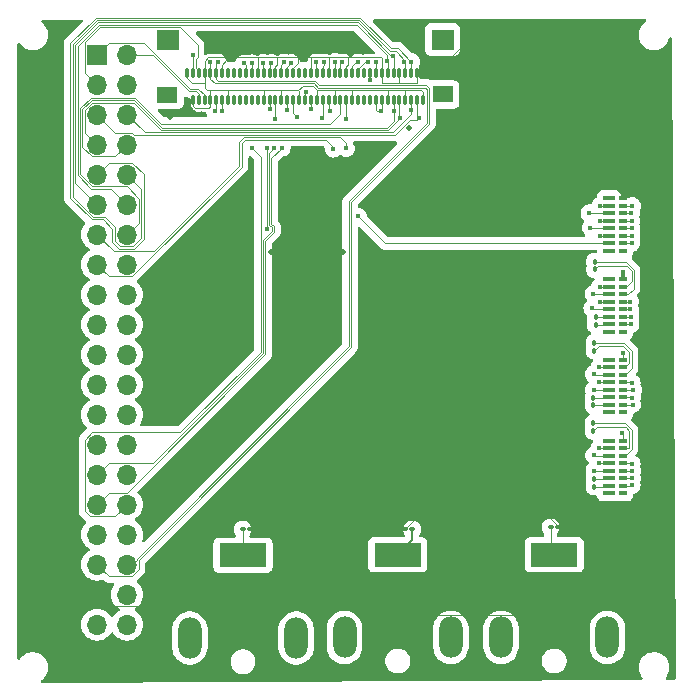
<source format=gbr>
G04 #@! TF.GenerationSoftware,KiCad,Pcbnew,9.0.5*
G04 #@! TF.CreationDate,2025-10-28T18:45:17-07:00*
G04 #@! TF.ProjectId,iris-128b-adapter,69726973-2d31-4323-9862-2d6164617074,rev?*
G04 #@! TF.SameCoordinates,Original*
G04 #@! TF.FileFunction,Copper,L1,Top*
G04 #@! TF.FilePolarity,Positive*
%FSLAX46Y46*%
G04 Gerber Fmt 4.6, Leading zero omitted, Abs format (unit mm)*
G04 Created by KiCad (PCBNEW 9.0.5) date 2025-10-28 18:45:17*
%MOMM*%
%LPD*%
G01*
G04 APERTURE LIST*
G04 Aperture macros list*
%AMRoundRect*
0 Rectangle with rounded corners*
0 $1 Rounding radius*
0 $2 $3 $4 $5 $6 $7 $8 $9 X,Y pos of 4 corners*
0 Add a 4 corners polygon primitive as box body*
4,1,4,$2,$3,$4,$5,$6,$7,$8,$9,$2,$3,0*
0 Add four circle primitives for the rounded corners*
1,1,$1+$1,$2,$3*
1,1,$1+$1,$4,$5*
1,1,$1+$1,$6,$7*
1,1,$1+$1,$8,$9*
0 Add four rect primitives between the rounded corners*
20,1,$1+$1,$2,$3,$4,$5,0*
20,1,$1+$1,$4,$5,$6,$7,0*
20,1,$1+$1,$6,$7,$8,$9,0*
20,1,$1+$1,$8,$9,$2,$3,0*%
G04 Aperture macros list end*
G04 #@! TA.AperFunction,SMDPad,CuDef*
%ADD10RoundRect,0.100000X-0.130000X-0.100000X0.130000X-0.100000X0.130000X0.100000X-0.130000X0.100000X0*%
G04 #@! TD*
G04 #@! TA.AperFunction,ComponentPad*
%ADD11R,4.000000X2.000000*%
G04 #@! TD*
G04 #@! TA.AperFunction,ComponentPad*
%ADD12O,3.300000X2.000000*%
G04 #@! TD*
G04 #@! TA.AperFunction,ComponentPad*
%ADD13O,2.000000X3.500000*%
G04 #@! TD*
G04 #@! TA.AperFunction,SMDPad,CuDef*
%ADD14RoundRect,0.100000X0.100000X-0.130000X0.100000X0.130000X-0.100000X0.130000X-0.100000X-0.130000X0*%
G04 #@! TD*
G04 #@! TA.AperFunction,ComponentPad*
%ADD15R,1.700000X1.700000*%
G04 #@! TD*
G04 #@! TA.AperFunction,ComponentPad*
%ADD16O,1.700000X1.700000*%
G04 #@! TD*
G04 #@! TA.AperFunction,SMDPad,CuDef*
%ADD17RoundRect,0.100000X0.130000X0.100000X-0.130000X0.100000X-0.130000X-0.100000X0.130000X-0.100000X0*%
G04 #@! TD*
G04 #@! TA.AperFunction,SMDPad,CuDef*
%ADD18R,0.762000X0.381000*%
G04 #@! TD*
G04 #@! TA.AperFunction,SMDPad,CuDef*
%ADD19R,1.016000X0.381000*%
G04 #@! TD*
G04 #@! TA.AperFunction,SMDPad,CuDef*
%ADD20RoundRect,0.155000X-0.000010X0.300000X-0.000010X-0.300000X0.000010X-0.300000X0.000010X0.300000X0*%
G04 #@! TD*
G04 #@! TA.AperFunction,SMDPad,CuDef*
%ADD21R,1.810000X1.380000*%
G04 #@! TD*
G04 #@! TA.AperFunction,SMDPad,CuDef*
%ADD22R,1.950000X1.800000*%
G04 #@! TD*
G04 #@! TA.AperFunction,ViaPad*
%ADD23C,0.450000*%
G04 #@! TD*
G04 #@! TA.AperFunction,ViaPad*
%ADD24C,0.500000*%
G04 #@! TD*
G04 #@! TA.AperFunction,ViaPad*
%ADD25C,0.600000*%
G04 #@! TD*
G04 #@! TA.AperFunction,Conductor*
%ADD26C,0.101600*%
G04 #@! TD*
G04 #@! TA.AperFunction,Conductor*
%ADD27C,0.200000*%
G04 #@! TD*
G04 APERTURE END LIST*
D10*
X152350000Y-115600000D03*
X152990000Y-115600000D03*
D11*
X152650000Y-117950000D03*
D12*
X152650000Y-123950000D03*
D13*
X148150000Y-124950000D03*
X157150000Y-124950000D03*
D11*
X139400000Y-117950000D03*
D12*
X139400000Y-123950000D03*
D13*
X134900000Y-124950000D03*
X143900000Y-124950000D03*
D14*
X156150000Y-98465000D03*
X156150000Y-97825000D03*
X155975000Y-105295000D03*
X155975000Y-104655000D03*
D15*
X113950000Y-75605000D03*
D16*
X116490000Y-75605000D03*
X113950000Y-78145000D03*
X116490000Y-78145000D03*
X113950000Y-80685000D03*
X116490000Y-80685000D03*
X113950000Y-83225000D03*
X116490000Y-83225000D03*
X113950000Y-85765000D03*
X116490000Y-85765000D03*
X113950000Y-88305000D03*
X116490000Y-88305000D03*
X113950000Y-90845000D03*
X116490000Y-90845000D03*
X113950000Y-93385000D03*
X116490000Y-93385000D03*
X113950000Y-95925000D03*
X116490000Y-95925000D03*
X113950000Y-98465000D03*
X116490000Y-98465000D03*
X113950000Y-101005000D03*
X116490000Y-101005000D03*
X113950000Y-103545000D03*
X116490000Y-103545000D03*
X113950000Y-106085000D03*
X116490000Y-106085000D03*
X113950000Y-108625000D03*
X116490000Y-108625000D03*
X113950000Y-111165000D03*
X116490000Y-111165000D03*
X113950000Y-113705000D03*
X116490000Y-113705000D03*
X113950000Y-116245000D03*
X116490000Y-116245000D03*
X113950000Y-118785000D03*
X116490000Y-118785000D03*
X113950000Y-121325000D03*
X116490000Y-121325000D03*
X113950000Y-123865000D03*
X116490000Y-123865000D03*
D17*
X140620000Y-115800000D03*
X139980000Y-115800000D03*
D14*
X156050000Y-112195000D03*
X156050000Y-111555000D03*
X156050000Y-100670000D03*
X156050000Y-100030000D03*
X155975000Y-107470000D03*
X155975000Y-106830000D03*
D10*
X126280000Y-115800000D03*
X126920000Y-115800000D03*
D18*
X158449675Y-99065000D03*
X158449675Y-98430000D03*
X158449675Y-97795000D03*
X158449675Y-97160000D03*
X158449675Y-96525000D03*
X158449675Y-95890000D03*
X158449675Y-95255000D03*
X158449675Y-94620000D03*
D19*
X157306675Y-99065000D03*
X157306675Y-98430000D03*
X157306675Y-97795000D03*
X157306675Y-97160000D03*
X157306675Y-96525000D03*
X157306675Y-95890000D03*
X157306675Y-95255000D03*
X157306675Y-94620000D03*
D18*
X158449675Y-105907000D03*
X158449675Y-105272000D03*
X158449675Y-104637000D03*
X158449675Y-104002000D03*
X158449675Y-103367000D03*
X158449675Y-102732000D03*
X158449675Y-102097000D03*
X158449675Y-101462000D03*
D19*
X157306675Y-105907000D03*
X157306675Y-105272000D03*
X157306675Y-104637000D03*
X157306675Y-104002000D03*
X157306675Y-103367000D03*
X157306675Y-102732000D03*
X157306675Y-102097000D03*
X157306675Y-101462000D03*
D18*
X158449675Y-112749000D03*
X158449675Y-112114000D03*
X158449675Y-111479000D03*
X158449675Y-110844000D03*
X158449675Y-110209000D03*
X158449675Y-109574000D03*
X158449675Y-108939000D03*
X158449675Y-108304000D03*
D19*
X157306675Y-112749000D03*
X157306675Y-112114000D03*
X157306675Y-111479000D03*
X157306675Y-110844000D03*
X157306675Y-110209000D03*
X157306675Y-109574000D03*
X157306675Y-108939000D03*
X157306675Y-108304000D03*
D18*
X158449675Y-92223000D03*
X158449675Y-91588000D03*
X158449675Y-90953000D03*
X158449675Y-90318000D03*
X158449675Y-89683000D03*
X158449675Y-89048000D03*
X158449675Y-88413000D03*
X158449675Y-87778000D03*
D19*
X157306675Y-92223000D03*
X157306675Y-91588000D03*
X157306675Y-90953000D03*
X157306675Y-90318000D03*
X157306675Y-89683000D03*
X157306675Y-89048000D03*
X157306675Y-88413000D03*
X157306675Y-87778000D03*
D14*
X156075000Y-93770000D03*
X156075000Y-93130000D03*
D20*
X141550000Y-79485000D03*
X141050000Y-79485000D03*
X140550000Y-79485000D03*
X140050000Y-79485000D03*
X139550000Y-79485000D03*
X139050000Y-79485000D03*
X138550000Y-79485000D03*
X138050000Y-79485000D03*
X137550000Y-79485000D03*
X137050000Y-79485000D03*
X136550000Y-79485000D03*
X136050000Y-79485000D03*
X135550000Y-79485000D03*
X135050000Y-79485000D03*
X134550000Y-79485000D03*
X134050000Y-79485000D03*
X133550000Y-79485000D03*
X133050000Y-79485000D03*
X132550000Y-79485000D03*
X132050000Y-79485000D03*
X131550000Y-79485000D03*
X131050000Y-79485000D03*
X130550000Y-79485000D03*
X130050000Y-79485000D03*
X129550000Y-79485000D03*
X129050000Y-79485000D03*
X128550000Y-79485000D03*
X128050000Y-79485000D03*
X127550000Y-79485000D03*
X127050000Y-79485000D03*
X126550000Y-79485000D03*
X126050000Y-79485000D03*
X125550000Y-79485000D03*
X125050000Y-79485000D03*
X124550000Y-79485000D03*
X124050000Y-79485000D03*
X123550000Y-79485000D03*
X123050000Y-79485000D03*
X122550000Y-79485000D03*
X122050000Y-79485000D03*
X141050000Y-77160000D03*
X140550000Y-77160000D03*
X140050000Y-77160000D03*
X139550000Y-77160000D03*
X139050000Y-77160000D03*
X138550000Y-77160000D03*
X138050000Y-77160000D03*
X137550000Y-77160000D03*
X137050000Y-77160000D03*
X136550000Y-77160000D03*
X136050000Y-77160000D03*
X135550000Y-77160000D03*
X135050000Y-77160000D03*
X134550000Y-77160000D03*
X134050000Y-77160000D03*
X133550000Y-77160000D03*
X133050000Y-77160000D03*
X132550000Y-77160000D03*
X132050000Y-77160000D03*
X131550000Y-77160000D03*
X131050000Y-77160000D03*
X130550000Y-77160000D03*
X130050000Y-77160000D03*
X129550000Y-77160000D03*
X129050000Y-77160000D03*
X128550000Y-77160000D03*
X128050000Y-77160000D03*
X127550000Y-77160000D03*
X127050000Y-77160000D03*
X126550000Y-77160000D03*
X126050000Y-77160000D03*
X125550000Y-77160000D03*
X125050000Y-77160000D03*
X124550000Y-77160000D03*
X124050000Y-77160000D03*
X123550000Y-77160000D03*
X123050000Y-77160000D03*
X122550000Y-77160000D03*
X122050000Y-77160000D03*
X121550000Y-77145000D03*
D21*
X143220000Y-78985000D03*
D22*
X143200000Y-74335000D03*
X119930000Y-74335000D03*
D21*
X119880000Y-79005000D03*
D11*
X126300000Y-118000000D03*
D12*
X126300000Y-124000000D03*
D13*
X121800000Y-125000000D03*
X130800000Y-125000000D03*
D23*
X159107825Y-96517500D03*
X133950000Y-83600000D03*
X135050000Y-81100000D03*
X155857825Y-97067500D03*
X133650000Y-80350000D03*
X135050000Y-83550000D03*
X155982825Y-102667500D03*
X136850000Y-76250000D03*
D24*
X121000000Y-113375000D03*
X128700000Y-92300000D03*
X120850000Y-104000000D03*
D23*
X158457825Y-87217500D03*
D25*
X134575000Y-113525000D03*
D23*
X158450000Y-94000000D03*
D25*
X146750000Y-74600000D03*
D23*
X158475000Y-100875000D03*
D24*
X134750000Y-92300000D03*
X140350000Y-81850000D03*
X120125000Y-80925000D03*
X128225000Y-103975000D03*
D23*
X158427294Y-107640917D03*
D25*
X128325000Y-113450000D03*
X130500000Y-74550000D03*
D24*
X120825000Y-92225000D03*
D25*
X142425000Y-113350000D03*
D24*
X134125000Y-103875000D03*
D25*
X155975000Y-74625000D03*
D23*
X130400000Y-76300000D03*
X159257825Y-104642500D03*
X159132825Y-98417500D03*
X132500000Y-76250000D03*
X159199961Y-91552951D03*
X138500000Y-76150000D03*
X156507825Y-95267500D03*
X134100477Y-76226017D03*
X159207825Y-89683000D03*
X139575000Y-81000000D03*
X159207825Y-90953000D03*
X139039430Y-75715817D03*
X139949997Y-76200000D03*
X156507825Y-88417500D03*
X139050000Y-80350000D03*
X159200000Y-90318000D03*
X159257825Y-88417500D03*
X159357825Y-104017500D03*
X130025000Y-80325000D03*
X122050000Y-75675000D03*
X156507825Y-90967500D03*
X156557825Y-89683000D03*
X140550000Y-80300000D03*
X128700000Y-76300000D03*
X156007825Y-109542500D03*
X128000000Y-76300000D03*
X156457825Y-108917500D03*
X132050000Y-80250000D03*
X155982825Y-103992500D03*
X156032825Y-110842500D03*
X129050000Y-81025000D03*
X128950000Y-83500000D03*
X155957825Y-95842500D03*
X134700000Y-76250000D03*
X131600000Y-78750000D03*
X156457825Y-103367500D03*
X129600000Y-83500000D03*
X159232825Y-110242500D03*
X124550000Y-80400000D03*
X159232825Y-112067500D03*
X123550000Y-76250000D03*
X136050000Y-76250000D03*
X156457825Y-102092500D03*
X156507825Y-96517500D03*
X159107825Y-97167500D03*
X132953668Y-81016259D03*
X129800000Y-76250000D03*
X159282825Y-105242500D03*
X128550000Y-80250000D03*
X156482825Y-110192500D03*
X128300000Y-90400000D03*
X128300000Y-83500000D03*
X155607825Y-89017500D03*
X140550000Y-76200000D03*
X159182825Y-89048000D03*
X136050000Y-89300000D03*
X124150003Y-76250000D03*
X159257825Y-111467500D03*
X159132825Y-97792500D03*
X133175000Y-76250000D03*
X159232825Y-103392500D03*
X130875000Y-80900000D03*
X141175000Y-81000000D03*
X155707825Y-90267500D03*
X123900000Y-80400000D03*
X159257825Y-110867500D03*
X127050000Y-83500000D03*
X138025000Y-80375000D03*
X126375000Y-76350000D03*
X137050000Y-77750000D03*
X127050000Y-76327289D03*
X137550000Y-76250000D03*
D26*
X133550000Y-80250000D02*
X133650000Y-80350000D01*
X114952400Y-94387400D02*
X113950000Y-93385000D01*
X125996800Y-85008440D02*
X118751440Y-92253800D01*
X158449675Y-96525000D02*
X159100325Y-96525000D01*
X134550000Y-82603200D02*
X126359432Y-82603200D01*
X135050000Y-83550000D02*
X135050000Y-83103200D01*
X126359432Y-82603200D02*
X125996800Y-82965832D01*
X133356400Y-82806400D02*
X126443600Y-82806400D01*
X125996800Y-82965832D02*
X125996800Y-85008440D01*
X133950000Y-83400000D02*
X133356400Y-82806400D01*
X135050000Y-83103200D02*
X134550000Y-82603200D01*
X126443600Y-82806400D02*
X126200000Y-83050000D01*
X135050000Y-79485000D02*
X135050000Y-81100000D01*
X157306675Y-97160000D02*
X155950325Y-97160000D01*
X126200000Y-85092608D02*
X116905208Y-94387400D01*
X159100325Y-96525000D02*
X159107825Y-96517500D01*
X118751440Y-92253800D02*
X115358800Y-92253800D01*
X126200000Y-83050000D02*
X126200000Y-85092608D01*
X155950325Y-97160000D02*
X155857825Y-97067500D01*
X115358800Y-92253800D02*
X113950000Y-90845000D01*
X133550000Y-79485000D02*
X133550000Y-80250000D01*
X133950000Y-83600000D02*
X133950000Y-83400000D01*
X116905208Y-94387400D02*
X114952400Y-94387400D01*
X136050000Y-76852173D02*
X136050000Y-77160000D01*
X155982825Y-102667500D02*
X156047325Y-102732000D01*
X136652173Y-76250000D02*
X136050000Y-76852173D01*
X156047325Y-102732000D02*
X157306675Y-102732000D01*
X136850000Y-76250000D02*
X136652173Y-76250000D01*
X140100000Y-78606400D02*
X141406400Y-78606400D01*
X127520000Y-114255000D02*
X127520000Y-115200000D01*
X137950000Y-75800000D02*
X138050000Y-75900000D01*
X146900000Y-74600000D02*
X145114800Y-74600000D01*
X133600217Y-75800217D02*
X135149783Y-75800217D01*
X128050000Y-78600000D02*
X128050000Y-79485000D01*
X135550000Y-78606400D02*
X138550000Y-78606400D01*
X134050000Y-78606400D02*
X135550000Y-78606400D01*
X138550000Y-79485000D02*
X138550000Y-78606400D01*
X132550000Y-78606400D02*
X134050000Y-78606400D01*
X151747600Y-123047600D02*
X152650000Y-123950000D01*
X124550000Y-76450000D02*
X124900000Y-76100000D01*
X131000000Y-78606400D02*
X131350000Y-78256400D01*
X135150000Y-76500000D02*
X135150000Y-75800000D01*
X123050000Y-78425000D02*
X123225000Y-78600000D01*
X131050000Y-78656400D02*
X131000000Y-78606400D01*
X127550000Y-75824200D02*
X129150000Y-75824200D01*
X129050000Y-77160000D02*
X129050000Y-76552173D01*
X141550000Y-78750000D02*
X141550000Y-79485000D01*
X132050000Y-75824200D02*
X133575800Y-75824200D01*
X122050000Y-79940000D02*
X122202400Y-80092400D01*
X132050000Y-77160000D02*
X132050000Y-75824200D01*
X129150000Y-75824200D02*
X131000000Y-75824200D01*
X152990000Y-115490000D02*
X152990000Y-115600000D01*
X145114800Y-74600000D02*
X142554800Y-77160000D01*
X139550000Y-77996800D02*
X139550000Y-77160000D01*
X138050000Y-75900000D02*
X138050000Y-77160000D01*
X113950000Y-121325000D02*
X114952400Y-122327400D01*
X123550000Y-79940000D02*
X123550000Y-79485000D01*
X139650000Y-77996800D02*
X141050000Y-77996800D01*
X125050000Y-78600000D02*
X128050000Y-78600000D01*
X140302400Y-123047600D02*
X151747600Y-123047600D01*
X129150000Y-76452173D02*
X129150000Y-75824200D01*
X158449675Y-87778000D02*
X158449675Y-87225650D01*
X132550000Y-79485000D02*
X132550000Y-78606400D01*
X132200000Y-78256400D02*
X132550000Y-78606400D01*
X123050000Y-77160000D02*
X123050000Y-76147827D01*
X141705000Y-114070000D02*
X141705000Y-114075000D01*
X127550000Y-77160000D02*
X127550000Y-75824200D01*
X158449675Y-94000325D02*
X158450000Y-94000000D01*
X141705000Y-114075000D02*
X139980000Y-115800000D01*
X121550000Y-77145000D02*
X121550000Y-77600000D01*
X123050000Y-78000000D02*
X123050000Y-78425000D01*
X140050000Y-78656400D02*
X140100000Y-78606400D01*
X129550000Y-78700000D02*
X129550000Y-79485000D01*
X140050000Y-79485000D02*
X140050000Y-78656400D01*
X138050000Y-77160000D02*
X138050000Y-77996800D01*
X150950000Y-113450000D02*
X152990000Y-115490000D01*
X130550000Y-76752173D02*
X131000000Y-76302173D01*
X123575000Y-78600000D02*
X123550000Y-78625000D01*
X142425000Y-113350000D02*
X141705000Y-114070000D01*
X139650000Y-77996800D02*
X139550000Y-77996800D01*
X133600800Y-77109200D02*
X133600800Y-75800800D01*
X124627400Y-122327400D02*
X126300000Y-124000000D01*
X129500000Y-78600000D02*
X129506400Y-78606400D01*
X123050000Y-77160000D02*
X123050000Y-78000000D01*
X131350000Y-78256400D02*
X132200000Y-78256400D01*
X121550000Y-77600000D02*
X121950000Y-78000000D01*
X158449675Y-107663298D02*
X158427294Y-107640917D01*
X139400000Y-123950000D02*
X140302400Y-123047600D01*
X141050000Y-77996800D02*
X141050000Y-77160000D01*
X122050000Y-79485000D02*
X122050000Y-79940000D01*
X123225000Y-78600000D02*
X123575000Y-78600000D01*
X131050000Y-79485000D02*
X131050000Y-78656400D01*
X133575800Y-75824200D02*
X133600000Y-75800000D01*
X131000000Y-75824200D02*
X132050000Y-75824200D01*
X142554800Y-77160000D02*
X141050000Y-77160000D01*
X128050000Y-78600000D02*
X129450000Y-78600000D01*
X123397600Y-80092400D02*
X123550000Y-79940000D01*
X125050000Y-78600000D02*
X123575000Y-78600000D01*
X134050000Y-79485000D02*
X134050000Y-78606400D01*
X124900000Y-76100000D02*
X124900000Y-75824200D01*
X125050000Y-78600000D02*
X125050000Y-79485000D01*
X135550000Y-79485000D02*
X135550000Y-78606400D01*
X122202400Y-80092400D02*
X123397600Y-80092400D01*
X123050000Y-76147827D02*
X123373627Y-75824200D01*
X158449675Y-94620000D02*
X158449675Y-94000325D01*
X142425000Y-113350000D02*
X142525000Y-113450000D01*
X127520000Y-115200000D02*
X126920000Y-115800000D01*
X158449675Y-101462000D02*
X158449675Y-100900325D01*
X133600800Y-75800800D02*
X133600000Y-75800000D01*
X121950000Y-78000000D02*
X123050000Y-78000000D01*
X129050000Y-76552173D02*
X129150000Y-76452173D01*
X138550000Y-78606400D02*
X140100000Y-78606400D01*
X158449675Y-87225650D02*
X158457825Y-87217500D01*
X141406400Y-78606400D02*
X141550000Y-78750000D01*
X133550000Y-77160000D02*
X133600800Y-77109200D01*
X142525000Y-113450000D02*
X150950000Y-113450000D01*
X135150000Y-75800000D02*
X137950000Y-75800000D01*
X135050000Y-76600000D02*
X135150000Y-76500000D01*
X130550000Y-77160000D02*
X130550000Y-76752173D01*
X129450000Y-78600000D02*
X129500000Y-78600000D01*
X123550000Y-78625000D02*
X123550000Y-79485000D01*
X123373627Y-75824200D02*
X124900000Y-75824200D01*
X114952400Y-122327400D02*
X124627400Y-122327400D01*
X158449675Y-108304000D02*
X158449675Y-107663298D01*
X128325000Y-113450000D02*
X127520000Y-114255000D01*
X129450000Y-78600000D02*
X129550000Y-78700000D01*
X124900000Y-75824200D02*
X127550000Y-75824200D01*
X158449675Y-100900325D02*
X158475000Y-100875000D01*
X135149783Y-75800217D02*
X135150000Y-75800000D01*
X129506400Y-78606400D02*
X131000000Y-78606400D01*
X131000000Y-76302173D02*
X131000000Y-75824200D01*
X133600000Y-75800000D02*
X133600217Y-75800217D01*
X138050000Y-77996800D02*
X139650000Y-77996800D01*
X124550000Y-76450000D02*
X124550000Y-77160000D01*
X135050000Y-77160000D02*
X135050000Y-76600000D01*
X158449675Y-104637000D02*
X159252325Y-104637000D01*
X130400000Y-76300000D02*
X130050000Y-76650000D01*
X130050000Y-76650000D02*
X130050000Y-77160000D01*
X159252325Y-104637000D02*
X159257825Y-104642500D01*
X132500000Y-76250000D02*
X132500000Y-77110000D01*
X132500000Y-77110000D02*
X132550000Y-77160000D01*
X158449675Y-98430000D02*
X159120325Y-98430000D01*
X159120325Y-98430000D02*
X159132825Y-98417500D01*
X114133232Y-73079400D02*
X112293600Y-74919032D01*
X138500000Y-76150000D02*
X138500000Y-75637368D01*
X138550000Y-76200000D02*
X138500000Y-76150000D01*
X112293600Y-85813576D02*
X113450624Y-86970600D01*
X138500000Y-75637368D02*
X135942032Y-73079400D01*
X113450624Y-86970600D02*
X115155600Y-86970600D01*
X135942032Y-73079400D02*
X114133232Y-73079400D01*
X115155600Y-86970600D02*
X116490000Y-88305000D01*
X112293600Y-74919032D02*
X112293600Y-85813576D01*
X138550000Y-77160000D02*
X138550000Y-76200000D01*
X159164912Y-91588000D02*
X158449675Y-91588000D01*
X159199961Y-91552951D02*
X159164912Y-91588000D01*
X134100477Y-76226017D02*
X134100000Y-76226494D01*
X156520325Y-95255000D02*
X156507825Y-95267500D01*
X157306675Y-95255000D02*
X156520325Y-95255000D01*
X134100000Y-76600000D02*
X134050000Y-76650000D01*
X134050000Y-76650000D02*
X134050000Y-77160000D01*
X134100000Y-76226494D02*
X134100000Y-76600000D01*
X113534792Y-79682600D02*
X117032600Y-79682600D01*
X113950000Y-83225000D02*
X112947600Y-82222600D01*
X139550000Y-79485000D02*
X139550000Y-80975000D01*
X119343600Y-81993600D02*
X138581400Y-81993600D01*
X112947600Y-80269792D02*
X113534792Y-79682600D01*
X117032600Y-79682600D02*
X119343600Y-81993600D01*
X138581400Y-81993600D02*
X139575000Y-81000000D01*
X159207825Y-89683000D02*
X158449675Y-89683000D01*
X139550000Y-80975000D02*
X139575000Y-81000000D01*
X112947600Y-82222600D02*
X112947600Y-80269792D01*
X139050000Y-75726387D02*
X139050000Y-77160000D01*
X112090400Y-86445400D02*
X113950000Y-88305000D01*
X114049064Y-72876200D02*
X112090400Y-74834864D01*
X139039430Y-75715817D02*
X139050000Y-75726387D01*
X136026200Y-72876200D02*
X114049064Y-72876200D01*
X112090400Y-74834864D02*
X112090400Y-86445400D01*
X159207825Y-90953000D02*
X158449675Y-90953000D01*
X138865817Y-75715817D02*
X136026200Y-72876200D01*
X139039430Y-75715817D02*
X138865817Y-75715817D01*
X117695600Y-86970600D02*
X116490000Y-85765000D01*
X140050000Y-77160000D02*
X140050000Y-76300003D01*
X140050000Y-76124214D02*
X139215803Y-75290017D01*
X136110368Y-72673000D02*
X113964896Y-72673000D01*
X139215803Y-75290017D02*
X138727385Y-75290017D01*
X115903200Y-91847400D02*
X116952600Y-91847400D01*
X113577392Y-89350000D02*
X114600000Y-89350000D01*
X157306675Y-88413000D02*
X156512325Y-88413000D01*
X140050000Y-77160000D02*
X140050000Y-76124214D01*
X116952600Y-91847400D02*
X117695600Y-91104400D01*
X156512325Y-88413000D02*
X156507825Y-88417500D01*
X140050000Y-76300003D02*
X139949997Y-76200000D01*
X115450000Y-91394200D02*
X115903200Y-91847400D01*
X111887200Y-74750696D02*
X111887200Y-87659808D01*
X114600000Y-89350000D02*
X115450000Y-90200000D01*
X113964896Y-72673000D02*
X111887200Y-74750696D01*
X115450000Y-90200000D02*
X115450000Y-91394200D01*
X111887200Y-87659808D02*
X113577392Y-89350000D01*
X117695600Y-91104400D02*
X117695600Y-86970600D01*
X138727385Y-75290017D02*
X136110368Y-72673000D01*
X139050000Y-79485000D02*
X139050000Y-80350000D01*
X119450000Y-81790400D02*
X138497232Y-81790400D01*
X113480024Y-79450000D02*
X117109600Y-79450000D01*
X115487600Y-84227400D02*
X113527400Y-84227400D01*
X116490000Y-83225000D02*
X115487600Y-84227400D01*
X113527400Y-84227400D02*
X112700000Y-83400000D01*
X138497232Y-81790400D02*
X139050000Y-81237632D01*
X139050000Y-81237632D02*
X139050000Y-80350000D01*
X159200000Y-90318000D02*
X158449675Y-90318000D01*
X112700000Y-80230024D02*
X113480024Y-79450000D01*
X117109600Y-79450000D02*
X119450000Y-81790400D01*
X112700000Y-83400000D02*
X112700000Y-80230024D01*
X121850000Y-78500000D02*
X122520000Y-78500000D01*
X158640175Y-88413000D02*
X158449675Y-88413000D01*
X113950000Y-75605000D02*
X114952400Y-74602600D01*
X114952400Y-74602600D02*
X117952600Y-74602600D01*
X159257825Y-88417500D02*
X158644675Y-88417500D01*
X158644675Y-88417500D02*
X158640175Y-88413000D01*
X123050000Y-79030000D02*
X123050000Y-79485000D01*
X122520000Y-78500000D02*
X123050000Y-79030000D01*
X117952600Y-74602600D02*
X121850000Y-78500000D01*
X158449675Y-104002000D02*
X159342325Y-104002000D01*
X130050000Y-80300000D02*
X130050000Y-79485000D01*
X130025000Y-80325000D02*
X130050000Y-80300000D01*
X159342325Y-104002000D02*
X159357825Y-104017500D01*
X156522325Y-90953000D02*
X156507825Y-90967500D01*
X122050000Y-77160000D02*
X122050000Y-75675000D01*
X157306675Y-90953000D02*
X156522325Y-90953000D01*
X139003200Y-82196800D02*
X140550000Y-80650000D01*
X118001800Y-82196800D02*
X139003200Y-82196800D01*
X140550000Y-79485000D02*
X140550000Y-80300000D01*
X116490000Y-80685000D02*
X118001800Y-82196800D01*
X140550000Y-80650000D02*
X140550000Y-80300000D01*
X157306675Y-89683000D02*
X156557825Y-89683000D01*
X128700000Y-76300000D02*
X128550000Y-76450000D01*
X128550000Y-76450000D02*
X128550000Y-77160000D01*
X156039325Y-109574000D02*
X156007825Y-109542500D01*
X157306675Y-109574000D02*
X156039325Y-109574000D01*
X128000000Y-76300000D02*
X128000000Y-77110000D01*
X128000000Y-77110000D02*
X128050000Y-77160000D01*
X156479325Y-108939000D02*
X156457825Y-108917500D01*
X157306675Y-108939000D02*
X156479325Y-108939000D01*
X157306675Y-104002000D02*
X155992325Y-104002000D01*
X132050000Y-79485000D02*
X132050000Y-80250000D01*
X155992325Y-104002000D02*
X155982825Y-103992500D01*
X129050000Y-79485000D02*
X129050000Y-81025000D01*
X128003200Y-91298973D02*
X128003200Y-100859432D01*
X156034325Y-110844000D02*
X156032825Y-110842500D01*
X128503200Y-90001027D02*
X128725800Y-90223627D01*
X118700032Y-110162600D02*
X114952400Y-110162600D01*
X128950000Y-83500000D02*
X128503200Y-83946800D01*
X128003200Y-100859432D02*
X118700032Y-110162600D01*
X128725800Y-90576373D02*
X128003200Y-91298973D01*
X157306675Y-110844000D02*
X156034325Y-110844000D01*
X114952400Y-110162600D02*
X113950000Y-111165000D01*
X128725800Y-90223627D02*
X128725800Y-90576373D01*
X128503200Y-83946800D02*
X128503200Y-90001027D01*
X156005325Y-95890000D02*
X155957825Y-95842500D01*
X134700000Y-76250000D02*
X134550000Y-76400000D01*
X157306675Y-95890000D02*
X156005325Y-95890000D01*
X134550000Y-76400000D02*
X134550000Y-77160000D01*
X157306675Y-103367000D02*
X156458325Y-103367000D01*
X131550000Y-78800000D02*
X131550000Y-79485000D01*
X131600000Y-78750000D02*
X131550000Y-78800000D01*
X156458325Y-103367000D02*
X156457825Y-103367500D01*
X159199325Y-110209000D02*
X159232825Y-110242500D01*
X128206400Y-91383141D02*
X128206400Y-100943600D01*
X129600000Y-83500000D02*
X128706400Y-84393600D01*
X128929000Y-90660541D02*
X128206400Y-91383141D01*
X128206400Y-100943600D02*
X116447400Y-112702600D01*
X124550000Y-79485000D02*
X124550000Y-80400000D01*
X128929000Y-90139459D02*
X128929000Y-90660541D01*
X128706400Y-84393600D02*
X128706400Y-89916859D01*
X128706400Y-89916859D02*
X128929000Y-90139459D01*
X158449675Y-110209000D02*
X159199325Y-110209000D01*
X116447400Y-112702600D02*
X114952400Y-112702600D01*
X114952400Y-112702600D02*
X113950000Y-113705000D01*
X135253200Y-100321624D02*
X117289200Y-118285624D01*
X116865000Y-118785000D02*
X116490000Y-118785000D01*
X123550000Y-76250000D02*
X123550000Y-77650000D01*
X117289200Y-118285624D02*
X117289200Y-118360800D01*
X141703200Y-78403200D02*
X141857400Y-78557400D01*
X141857400Y-78557400D02*
X141857400Y-81405232D01*
X159186325Y-112114000D02*
X159232825Y-112067500D01*
X135253200Y-88009432D02*
X135253200Y-100321624D01*
X132284168Y-78053200D02*
X132634168Y-78403200D01*
X123953200Y-78053200D02*
X132284168Y-78053200D01*
X117289200Y-118360800D02*
X116865000Y-118785000D01*
X132634168Y-78403200D02*
X141703200Y-78403200D01*
X141857400Y-81405232D02*
X135253200Y-88009432D01*
X123550000Y-77650000D02*
X123953200Y-78053200D01*
X158449675Y-112114000D02*
X159186325Y-112114000D01*
X156462325Y-102097000D02*
X156457825Y-102092500D01*
X135900000Y-76250000D02*
X135550000Y-76600000D01*
X136050000Y-76250000D02*
X135900000Y-76250000D01*
X157306675Y-102097000D02*
X156462325Y-102097000D01*
X135550000Y-76600000D02*
X135550000Y-77160000D01*
X134550000Y-80600000D02*
X133699200Y-81450800D01*
X112496800Y-85729408D02*
X113534792Y-86767400D01*
X113395856Y-79246800D02*
X112496800Y-80145856D01*
X134550000Y-79485000D02*
X134550000Y-80600000D01*
X117193768Y-79246800D02*
X113395856Y-79246800D01*
X133699200Y-81450800D02*
X119397768Y-81450800D01*
X133050000Y-80919927D02*
X133050000Y-79485000D01*
X132953668Y-81016259D02*
X133050000Y-80919927D01*
X112496800Y-80145856D02*
X112496800Y-85729408D01*
X158449675Y-97160000D02*
X159100325Y-97160000D01*
X119397768Y-81450800D02*
X117193768Y-79246800D01*
X159100325Y-97160000D02*
X159107825Y-97167500D01*
X156515325Y-96525000D02*
X156507825Y-96517500D01*
X157306675Y-96525000D02*
X156515325Y-96525000D01*
X117492400Y-89842600D02*
X116490000Y-90845000D01*
X116450000Y-86767400D02*
X117492400Y-87809800D01*
X117492400Y-87809800D02*
X117492400Y-89842600D01*
X113534792Y-86767400D02*
X116450000Y-86767400D01*
X159253325Y-105272000D02*
X159282825Y-105242500D01*
X129800000Y-76250000D02*
X129550000Y-76500000D01*
X158449675Y-105272000D02*
X159253325Y-105272000D01*
X129550000Y-76500000D02*
X129550000Y-77160000D01*
X157306675Y-110209000D02*
X156499325Y-110209000D01*
X156499325Y-110209000D02*
X156482825Y-110192500D01*
X128550000Y-80250000D02*
X128550000Y-79485000D01*
X128300000Y-90400000D02*
X128300000Y-83500000D01*
X115819032Y-92050600D02*
X115246800Y-91478368D01*
X114952400Y-84762600D02*
X116905208Y-84762600D01*
X117900000Y-85757392D02*
X117900000Y-91200000D01*
X140550000Y-77160000D02*
X140550000Y-76200000D01*
X157306675Y-89048000D02*
X155638325Y-89048000D01*
X138811553Y-75086817D02*
X139438987Y-75086817D01*
X113493224Y-89553200D02*
X111684000Y-87743976D01*
X139438987Y-75086817D02*
X140550000Y-76197830D01*
X136194536Y-72469800D02*
X138811553Y-75086817D01*
X115246800Y-91478368D02*
X115246800Y-90346800D01*
X111684000Y-87743976D02*
X111684000Y-74666528D01*
X113880728Y-72469800D02*
X136194536Y-72469800D01*
X116905208Y-84762600D02*
X117900000Y-85757392D01*
X111684000Y-74666528D02*
X113880728Y-72469800D01*
X114453200Y-89553200D02*
X113493224Y-89553200D01*
X115246800Y-90346800D02*
X114453200Y-89553200D01*
X117900000Y-91200000D02*
X117049400Y-92050600D01*
X155638325Y-89048000D02*
X155607825Y-89017500D01*
X140550000Y-76197830D02*
X140550000Y-76200000D01*
X113950000Y-85765000D02*
X114952400Y-84762600D01*
X117049400Y-92050600D02*
X115819032Y-92050600D01*
X118667632Y-75605000D02*
X121765832Y-78703200D01*
X122550000Y-78950000D02*
X122550000Y-79485000D01*
X159182825Y-89048000D02*
X158449675Y-89048000D01*
X116490000Y-75605000D02*
X118667632Y-75605000D01*
X122303200Y-78703200D02*
X122550000Y-78950000D01*
X121765832Y-78703200D02*
X122303200Y-78703200D01*
X113950000Y-78145000D02*
X112947600Y-77142600D01*
X112947600Y-74552400D02*
X114217400Y-73282600D01*
X138338000Y-91588000D02*
X136050000Y-89300000D01*
X114217400Y-73282600D02*
X120982600Y-73282600D01*
X122350000Y-76720976D02*
X122550000Y-76920976D01*
X157306675Y-91588000D02*
X138338000Y-91588000D01*
X122350000Y-75977173D02*
X122350000Y-76720976D01*
X122475800Y-74775800D02*
X122475800Y-75851373D01*
X122550000Y-76920976D02*
X122550000Y-77160000D01*
X120982600Y-73282600D02*
X122475800Y-74775800D01*
X112947600Y-77142600D02*
X112947600Y-74552400D01*
X122475800Y-75851373D02*
X122350000Y-75977173D01*
X124200000Y-77850000D02*
X132368336Y-77850000D01*
X142060600Y-81489400D02*
X135456400Y-88093600D01*
X142060600Y-78460600D02*
X142060600Y-81489400D01*
X158449675Y-111479000D02*
X159246325Y-111479000D01*
X159246325Y-111479000D02*
X159257825Y-111467500D01*
X124150003Y-76250000D02*
X124050000Y-76350003D01*
X114952400Y-119787400D02*
X113950000Y-118785000D01*
X124050000Y-77700000D02*
X124200000Y-77850000D01*
X117492400Y-118369792D02*
X117492400Y-119200208D01*
X124050000Y-76350003D02*
X124050000Y-77700000D01*
X141800000Y-78200000D02*
X142060600Y-78460600D01*
X117492400Y-119200208D02*
X116905208Y-119787400D01*
X132368336Y-77850000D02*
X132718336Y-78200000D01*
X135456400Y-88093600D02*
X135456400Y-100405792D01*
X116905208Y-119787400D02*
X114952400Y-119787400D01*
X132718336Y-78200000D02*
X141800000Y-78200000D01*
X135456400Y-100405792D02*
X117492400Y-118369792D01*
X158449675Y-97795000D02*
X159130325Y-97795000D01*
X159130325Y-97795000D02*
X159132825Y-97792500D01*
X133175000Y-76475000D02*
X133050000Y-76600000D01*
X133050000Y-76600000D02*
X133050000Y-77160000D01*
X133175000Y-76250000D02*
X133175000Y-76475000D01*
X130550000Y-80575000D02*
X130550000Y-79485000D01*
X130875000Y-80900000D02*
X130550000Y-80575000D01*
X159207325Y-103367000D02*
X159232825Y-103392500D01*
X158449675Y-103367000D02*
X159207325Y-103367000D01*
X141175000Y-81000000D02*
X141050000Y-80875000D01*
X115487600Y-82222600D02*
X116905208Y-82222600D01*
X140437472Y-81125000D02*
X141050000Y-81125000D01*
X141050000Y-81125000D02*
X141050000Y-79485000D01*
X157306675Y-90318000D02*
X155758325Y-90318000D01*
X139262472Y-82300000D02*
X140437472Y-81125000D01*
X117082608Y-82400000D02*
X139150000Y-82400000D01*
X155758325Y-90318000D02*
X155707825Y-90267500D01*
X139150000Y-82400000D02*
X139250000Y-82300000D01*
X116905208Y-82222600D02*
X117082608Y-82400000D01*
X113950000Y-80685000D02*
X115487600Y-82222600D01*
X139250000Y-82300000D02*
X139262472Y-82300000D01*
X141050000Y-80875000D02*
X141050000Y-79485000D01*
X124050000Y-80250000D02*
X123900000Y-80400000D01*
X124050000Y-79485000D02*
X124050000Y-80250000D01*
X113550000Y-107600000D02*
X112947600Y-108202400D01*
X127800000Y-100775264D02*
X120975264Y-107600000D01*
X158449675Y-110844000D02*
X159234325Y-110844000D01*
X115487600Y-114707400D02*
X116490000Y-113705000D01*
X113364800Y-114707400D02*
X115487600Y-114707400D01*
X127800000Y-84250000D02*
X127800000Y-100775264D01*
X159234325Y-110844000D02*
X159257825Y-110867500D01*
X120975264Y-107600000D02*
X113550000Y-107600000D01*
X127050000Y-83500000D02*
X127800000Y-84250000D01*
X112947600Y-114290200D02*
X113364800Y-114707400D01*
X112947600Y-108202400D02*
X112947600Y-114290200D01*
X137550000Y-80275000D02*
X137650000Y-80375000D01*
X152350000Y-115600000D02*
X152350000Y-117650000D01*
X138025000Y-80375000D02*
X138025000Y-80175000D01*
X152350000Y-117650000D02*
X152650000Y-117950000D01*
X137550000Y-79485000D02*
X137550000Y-80275000D01*
X138050000Y-80150000D02*
X138050000Y-79485000D01*
X137650000Y-80375000D02*
X138025000Y-80375000D01*
X138025000Y-80175000D02*
X138050000Y-80150000D01*
X126550000Y-76525000D02*
X126550000Y-77160000D01*
X126375000Y-76350000D02*
X126550000Y-76525000D01*
X126300000Y-115820000D02*
X126280000Y-115800000D01*
X126300000Y-118000000D02*
X126300000Y-115820000D01*
X137050000Y-77160000D02*
X137050000Y-77750000D01*
D27*
X140620000Y-115800000D02*
X140620000Y-116730000D01*
D26*
X127050000Y-77160000D02*
X127050000Y-76327289D01*
D27*
X140620000Y-116730000D02*
X139400000Y-117950000D01*
D26*
X137550000Y-77160000D02*
X137550000Y-76250000D01*
X156345000Y-93500000D02*
X158787632Y-93500000D01*
X159196800Y-93909168D02*
X159196800Y-94803200D01*
X159196800Y-94803200D02*
X158745000Y-95255000D01*
X158787632Y-93500000D02*
X159196800Y-93909168D01*
X158745000Y-95255000D02*
X158449675Y-95255000D01*
X156075000Y-93770000D02*
X156345000Y-93500000D01*
X158705000Y-93130000D02*
X159400000Y-93825000D01*
X158935000Y-95890000D02*
X158449675Y-95890000D01*
X156075000Y-93130000D02*
X158705000Y-93130000D01*
X159400000Y-93825000D02*
X159400000Y-95425000D01*
X159400000Y-95425000D02*
X158935000Y-95890000D01*
X156150000Y-98465000D02*
X157271675Y-98465000D01*
X157271675Y-98465000D02*
X157306675Y-98430000D01*
X156150000Y-97825000D02*
X157276675Y-97825000D01*
X157276675Y-97825000D02*
X157306675Y-97795000D01*
X158462632Y-100250000D02*
X158983075Y-100770443D01*
X158640175Y-102097000D02*
X158449675Y-102097000D01*
X158983075Y-101754100D02*
X158640175Y-102097000D01*
X158983075Y-100770443D02*
X158983075Y-101754100D01*
X156050000Y-100670000D02*
X156470000Y-100250000D01*
X156470000Y-100250000D02*
X158462632Y-100250000D01*
X158530000Y-100030000D02*
X159225000Y-100725000D01*
X159225000Y-102147175D02*
X158640175Y-102732000D01*
X159225000Y-100725000D02*
X159225000Y-102147175D01*
X156050000Y-100030000D02*
X158530000Y-100030000D01*
X158640175Y-102732000D02*
X158449675Y-102732000D01*
X158680000Y-106830000D02*
X159203200Y-107353200D01*
X159203200Y-108984168D02*
X158613368Y-109574000D01*
X158613368Y-109574000D02*
X158449675Y-109574000D01*
X155975000Y-106830000D02*
X158680000Y-106830000D01*
X159203200Y-107353200D02*
X159203200Y-108984168D01*
X159000000Y-108900000D02*
X158961000Y-108939000D01*
X158961000Y-108939000D02*
X158449675Y-108939000D01*
X158712632Y-107150000D02*
X159000000Y-107437368D01*
X159000000Y-107437368D02*
X159000000Y-108900000D01*
X156295000Y-107150000D02*
X158712632Y-107150000D01*
X155975000Y-107470000D02*
X156295000Y-107150000D01*
X157283675Y-105295000D02*
X157306675Y-105272000D01*
X155975000Y-105295000D02*
X157283675Y-105295000D01*
X157288675Y-104655000D02*
X157306675Y-104637000D01*
X155975000Y-104655000D02*
X157288675Y-104655000D01*
X157230675Y-111555000D02*
X157306675Y-111479000D01*
X156050000Y-111555000D02*
X157230675Y-111555000D01*
X156050000Y-112195000D02*
X157225675Y-112195000D01*
X157225675Y-112195000D02*
X157306675Y-112114000D01*
G04 #@! TA.AperFunction,Conductor*
G36*
X109336515Y-72648071D02*
G01*
X109336508Y-72648071D01*
X111895233Y-72645761D01*
X109336515Y-72648071D01*
G37*
G04 #@! TD.AperFunction*
G04 #@! TA.AperFunction,Conductor*
G36*
X137426335Y-72622719D02*
G01*
X137426309Y-72622719D01*
X158690863Y-72603527D01*
X137426335Y-72622719D01*
G37*
G04 #@! TD.AperFunction*
G04 #@! TA.AperFunction,Conductor*
G36*
X160393651Y-72621675D02*
G01*
X160439454Y-72674438D01*
X160449460Y-72743587D01*
X160420492Y-72807169D01*
X160399591Y-72826369D01*
X160252787Y-72933028D01*
X160252782Y-72933032D01*
X160108028Y-73077786D01*
X159987715Y-73243386D01*
X159894781Y-73425776D01*
X159831522Y-73620465D01*
X159799500Y-73822648D01*
X159799500Y-74027351D01*
X159831522Y-74229534D01*
X159894781Y-74424223D01*
X159941459Y-74515832D01*
X159987338Y-74605875D01*
X159987715Y-74606613D01*
X160108028Y-74772213D01*
X160252786Y-74916971D01*
X160407749Y-75029556D01*
X160418390Y-75037287D01*
X160534607Y-75096503D01*
X160600776Y-75130218D01*
X160600778Y-75130218D01*
X160600781Y-75130220D01*
X160705137Y-75164127D01*
X160795465Y-75193477D01*
X160896557Y-75209488D01*
X160997648Y-75225500D01*
X160997649Y-75225500D01*
X161202351Y-75225500D01*
X161202352Y-75225500D01*
X161404534Y-75193477D01*
X161599219Y-75130220D01*
X161781610Y-75037287D01*
X161882145Y-74964245D01*
X161947213Y-74916971D01*
X161947215Y-74916968D01*
X161947219Y-74916966D01*
X162091966Y-74772219D01*
X162091968Y-74772215D01*
X162091971Y-74772213D01*
X162144732Y-74699590D01*
X162212287Y-74606610D01*
X162305220Y-74424219D01*
X162367772Y-74231703D01*
X162407208Y-74174030D01*
X162471567Y-74146831D01*
X162540413Y-74158746D01*
X162591889Y-74205990D01*
X162609700Y-74269302D01*
X162924244Y-128395089D01*
X162911463Y-128450644D01*
X162908595Y-128456461D01*
X162861294Y-128507885D01*
X162797990Y-128525625D01*
X162204192Y-128528554D01*
X162137056Y-128509201D01*
X162091041Y-128456623D01*
X162080757Y-128387515D01*
X162103262Y-128331671D01*
X162212287Y-128181610D01*
X162305220Y-127999219D01*
X162368477Y-127804534D01*
X162400500Y-127602352D01*
X162400500Y-127397648D01*
X162368477Y-127195466D01*
X162305220Y-127000781D01*
X162305218Y-127000778D01*
X162305218Y-127000776D01*
X162252101Y-126896530D01*
X162212287Y-126818390D01*
X162199759Y-126801146D01*
X162091971Y-126652786D01*
X161947213Y-126508028D01*
X161781613Y-126387715D01*
X161781612Y-126387714D01*
X161781610Y-126387713D01*
X161724653Y-126358691D01*
X161599223Y-126294781D01*
X161404534Y-126231522D01*
X161229995Y-126203878D01*
X161202352Y-126199500D01*
X160997648Y-126199500D01*
X160973329Y-126203351D01*
X160795465Y-126231522D01*
X160600776Y-126294781D01*
X160418386Y-126387715D01*
X160252786Y-126508028D01*
X160108028Y-126652786D01*
X159987715Y-126818386D01*
X159894781Y-127000776D01*
X159831522Y-127195465D01*
X159799500Y-127397648D01*
X159799500Y-127602351D01*
X159831522Y-127804534D01*
X159894781Y-127999223D01*
X159958691Y-128124653D01*
X159985423Y-128177116D01*
X159987715Y-128181613D01*
X160104619Y-128342520D01*
X160128099Y-128408327D01*
X160112273Y-128476380D01*
X160062167Y-128525075D01*
X160004913Y-128539403D01*
X109320053Y-128789418D01*
X109252917Y-128770065D01*
X109206902Y-128717487D01*
X109196618Y-128648379D01*
X109225329Y-128584681D01*
X109246556Y-128565101D01*
X109347219Y-128491966D01*
X109491966Y-128347219D01*
X109491968Y-128347215D01*
X109491971Y-128347213D01*
X109573563Y-128234909D01*
X109612287Y-128181610D01*
X109705220Y-127999219D01*
X109768477Y-127804534D01*
X109800500Y-127602352D01*
X109800500Y-127397648D01*
X109768477Y-127195466D01*
X109705220Y-127000781D01*
X109705218Y-127000778D01*
X109705218Y-127000776D01*
X109652101Y-126896530D01*
X109612287Y-126818390D01*
X109599759Y-126801146D01*
X109491971Y-126652786D01*
X109347213Y-126508028D01*
X109181613Y-126387715D01*
X109181612Y-126387714D01*
X109181610Y-126387713D01*
X109124653Y-126358691D01*
X108999223Y-126294781D01*
X108804534Y-126231522D01*
X108629995Y-126203878D01*
X108602352Y-126199500D01*
X108397648Y-126199500D01*
X108373329Y-126203351D01*
X108195465Y-126231522D01*
X108000776Y-126294781D01*
X107818386Y-126387715D01*
X107652786Y-126508028D01*
X107508032Y-126652782D01*
X107508028Y-126652787D01*
X107400240Y-126801146D01*
X107344910Y-126843812D01*
X107275297Y-126849791D01*
X107213502Y-126817186D01*
X107179145Y-126756347D01*
X107175922Y-126728206D01*
X107176305Y-125868097D01*
X120299500Y-125868097D01*
X120336446Y-126101368D01*
X120409433Y-126325996D01*
X120499317Y-126502402D01*
X120516657Y-126536433D01*
X120655483Y-126727510D01*
X120822490Y-126894517D01*
X121013567Y-127033343D01*
X121053059Y-127053465D01*
X121224003Y-127140566D01*
X121224005Y-127140566D01*
X121224008Y-127140568D01*
X121344412Y-127179689D01*
X121448631Y-127213553D01*
X121681903Y-127250500D01*
X121681908Y-127250500D01*
X121918097Y-127250500D01*
X122151368Y-127213553D01*
X122375992Y-127140568D01*
X122448803Y-127103469D01*
X125249500Y-127103469D01*
X125289868Y-127306412D01*
X125289870Y-127306420D01*
X125369058Y-127497596D01*
X125484024Y-127669657D01*
X125630342Y-127815975D01*
X125630345Y-127815977D01*
X125802402Y-127930941D01*
X125993580Y-128010130D01*
X126196530Y-128050499D01*
X126196534Y-128050500D01*
X126196535Y-128050500D01*
X126403466Y-128050500D01*
X126403467Y-128050499D01*
X126606420Y-128010130D01*
X126797598Y-127930941D01*
X126969655Y-127815977D01*
X127115977Y-127669655D01*
X127230941Y-127497598D01*
X127310130Y-127306420D01*
X127350500Y-127103465D01*
X127350500Y-126896535D01*
X127310130Y-126693580D01*
X127230941Y-126502402D01*
X127115977Y-126330345D01*
X127115975Y-126330342D01*
X126969657Y-126184024D01*
X126845952Y-126101368D01*
X126797598Y-126069059D01*
X126754888Y-126051368D01*
X126606420Y-125989870D01*
X126606412Y-125989868D01*
X126403469Y-125949500D01*
X126403465Y-125949500D01*
X126196535Y-125949500D01*
X126196530Y-125949500D01*
X125993587Y-125989868D01*
X125993579Y-125989870D01*
X125802403Y-126069058D01*
X125630342Y-126184024D01*
X125484024Y-126330342D01*
X125369058Y-126502403D01*
X125289870Y-126693579D01*
X125289868Y-126693587D01*
X125249500Y-126896530D01*
X125249500Y-127103469D01*
X122448803Y-127103469D01*
X122586433Y-127033343D01*
X122777510Y-126894517D01*
X122944517Y-126727510D01*
X123083343Y-126536433D01*
X123190568Y-126325992D01*
X123263553Y-126101368D01*
X123271472Y-126051368D01*
X123300500Y-125868097D01*
X129299500Y-125868097D01*
X129336446Y-126101368D01*
X129409433Y-126325996D01*
X129499317Y-126502402D01*
X129516657Y-126536433D01*
X129655483Y-126727510D01*
X129822490Y-126894517D01*
X130013567Y-127033343D01*
X130053059Y-127053465D01*
X130224003Y-127140566D01*
X130224005Y-127140566D01*
X130224008Y-127140568D01*
X130344412Y-127179689D01*
X130448631Y-127213553D01*
X130681903Y-127250500D01*
X130681908Y-127250500D01*
X130918097Y-127250500D01*
X131151368Y-127213553D01*
X131375992Y-127140568D01*
X131586433Y-127033343D01*
X131777510Y-126894517D01*
X131944517Y-126727510D01*
X132083343Y-126536433D01*
X132190568Y-126325992D01*
X132263553Y-126101368D01*
X132271472Y-126051368D01*
X132300500Y-125868097D01*
X132300500Y-125818097D01*
X133399500Y-125818097D01*
X133436446Y-126051368D01*
X133509433Y-126275996D01*
X133599317Y-126452402D01*
X133616657Y-126486433D01*
X133755483Y-126677510D01*
X133922490Y-126844517D01*
X134113567Y-126983343D01*
X134211696Y-127033342D01*
X134324003Y-127090566D01*
X134324005Y-127090566D01*
X134324008Y-127090568D01*
X134444412Y-127129689D01*
X134548631Y-127163553D01*
X134781903Y-127200500D01*
X134781908Y-127200500D01*
X135018097Y-127200500D01*
X135251368Y-127163553D01*
X135322114Y-127140566D01*
X135475992Y-127090568D01*
X135548803Y-127053469D01*
X138349500Y-127053469D01*
X138388692Y-127250500D01*
X138389870Y-127256420D01*
X138469059Y-127447598D01*
X138502468Y-127497598D01*
X138584024Y-127619657D01*
X138730342Y-127765975D01*
X138730345Y-127765977D01*
X138902402Y-127880941D01*
X139093580Y-127960130D01*
X139290095Y-127999219D01*
X139296530Y-128000499D01*
X139296534Y-128000500D01*
X139296535Y-128000500D01*
X139503466Y-128000500D01*
X139503467Y-128000499D01*
X139706420Y-127960130D01*
X139897598Y-127880941D01*
X140069655Y-127765977D01*
X140215977Y-127619655D01*
X140330941Y-127447598D01*
X140410130Y-127256420D01*
X140450500Y-127053465D01*
X140450500Y-126846535D01*
X140410130Y-126643580D01*
X140330941Y-126452402D01*
X140215977Y-126280345D01*
X140215975Y-126280342D01*
X140069657Y-126134024D01*
X139945952Y-126051368D01*
X139897598Y-126019059D01*
X139706420Y-125939870D01*
X139706412Y-125939868D01*
X139503469Y-125899500D01*
X139503465Y-125899500D01*
X139296535Y-125899500D01*
X139296530Y-125899500D01*
X139093587Y-125939868D01*
X139093579Y-125939870D01*
X138902403Y-126019058D01*
X138730342Y-126134024D01*
X138584024Y-126280342D01*
X138469058Y-126452403D01*
X138389870Y-126643579D01*
X138389868Y-126643587D01*
X138349500Y-126846530D01*
X138349500Y-127053469D01*
X135548803Y-127053469D01*
X135686433Y-126983343D01*
X135877510Y-126844517D01*
X136044517Y-126677510D01*
X136183343Y-126486433D01*
X136290568Y-126275992D01*
X136363553Y-126051368D01*
X136373294Y-125989868D01*
X136400500Y-125818097D01*
X142399500Y-125818097D01*
X142436446Y-126051368D01*
X142509433Y-126275996D01*
X142599317Y-126452402D01*
X142616657Y-126486433D01*
X142755483Y-126677510D01*
X142922490Y-126844517D01*
X143113567Y-126983343D01*
X143211696Y-127033342D01*
X143324003Y-127090566D01*
X143324005Y-127090566D01*
X143324008Y-127090568D01*
X143444412Y-127129689D01*
X143548631Y-127163553D01*
X143781903Y-127200500D01*
X143781908Y-127200500D01*
X144018097Y-127200500D01*
X144251368Y-127163553D01*
X144322114Y-127140566D01*
X144475992Y-127090568D01*
X144686433Y-126983343D01*
X144877510Y-126844517D01*
X145044517Y-126677510D01*
X145183343Y-126486433D01*
X145290568Y-126275992D01*
X145363553Y-126051368D01*
X145373294Y-125989868D01*
X145400500Y-125818097D01*
X146649500Y-125818097D01*
X146686446Y-126051368D01*
X146759433Y-126275996D01*
X146849317Y-126452402D01*
X146866657Y-126486433D01*
X147005483Y-126677510D01*
X147172490Y-126844517D01*
X147363567Y-126983343D01*
X147461696Y-127033342D01*
X147574003Y-127090566D01*
X147574005Y-127090566D01*
X147574008Y-127090568D01*
X147694412Y-127129689D01*
X147798631Y-127163553D01*
X148031903Y-127200500D01*
X148031908Y-127200500D01*
X148268097Y-127200500D01*
X148501368Y-127163553D01*
X148572114Y-127140566D01*
X148725992Y-127090568D01*
X148798803Y-127053469D01*
X151599500Y-127053469D01*
X151638692Y-127250500D01*
X151639870Y-127256420D01*
X151719059Y-127447598D01*
X151752468Y-127497598D01*
X151834024Y-127619657D01*
X151980342Y-127765975D01*
X151980345Y-127765977D01*
X152152402Y-127880941D01*
X152343580Y-127960130D01*
X152540095Y-127999219D01*
X152546530Y-128000499D01*
X152546534Y-128000500D01*
X152546535Y-128000500D01*
X152753466Y-128000500D01*
X152753467Y-128000499D01*
X152956420Y-127960130D01*
X153147598Y-127880941D01*
X153319655Y-127765977D01*
X153465977Y-127619655D01*
X153580941Y-127447598D01*
X153660130Y-127256420D01*
X153700500Y-127053465D01*
X153700500Y-126846535D01*
X153660130Y-126643580D01*
X153580941Y-126452402D01*
X153465977Y-126280345D01*
X153465975Y-126280342D01*
X153319657Y-126134024D01*
X153195952Y-126051368D01*
X153147598Y-126019059D01*
X152956420Y-125939870D01*
X152956412Y-125939868D01*
X152753469Y-125899500D01*
X152753465Y-125899500D01*
X152546535Y-125899500D01*
X152546530Y-125899500D01*
X152343587Y-125939868D01*
X152343579Y-125939870D01*
X152152403Y-126019058D01*
X151980342Y-126134024D01*
X151834024Y-126280342D01*
X151719058Y-126452403D01*
X151639870Y-126643579D01*
X151639868Y-126643587D01*
X151599500Y-126846530D01*
X151599500Y-127053469D01*
X148798803Y-127053469D01*
X148936433Y-126983343D01*
X149127510Y-126844517D01*
X149294517Y-126677510D01*
X149433343Y-126486433D01*
X149540568Y-126275992D01*
X149613553Y-126051368D01*
X149623294Y-125989868D01*
X149650500Y-125818097D01*
X155649500Y-125818097D01*
X155686446Y-126051368D01*
X155759433Y-126275996D01*
X155849317Y-126452402D01*
X155866657Y-126486433D01*
X156005483Y-126677510D01*
X156172490Y-126844517D01*
X156363567Y-126983343D01*
X156461696Y-127033342D01*
X156574003Y-127090566D01*
X156574005Y-127090566D01*
X156574008Y-127090568D01*
X156694412Y-127129689D01*
X156798631Y-127163553D01*
X157031903Y-127200500D01*
X157031908Y-127200500D01*
X157268097Y-127200500D01*
X157501368Y-127163553D01*
X157572114Y-127140566D01*
X157725992Y-127090568D01*
X157936433Y-126983343D01*
X158127510Y-126844517D01*
X158294517Y-126677510D01*
X158433343Y-126486433D01*
X158540568Y-126275992D01*
X158613553Y-126051368D01*
X158623294Y-125989868D01*
X158650500Y-125818097D01*
X158650500Y-124081902D01*
X158613553Y-123848631D01*
X158556812Y-123674003D01*
X158540568Y-123624008D01*
X158540566Y-123624005D01*
X158540566Y-123624003D01*
X158433342Y-123413566D01*
X158418376Y-123392967D01*
X158294517Y-123222490D01*
X158127510Y-123055483D01*
X157936433Y-122916657D01*
X157725996Y-122809433D01*
X157501368Y-122736446D01*
X157268097Y-122699500D01*
X157268092Y-122699500D01*
X157031908Y-122699500D01*
X157031903Y-122699500D01*
X156798631Y-122736446D01*
X156574003Y-122809433D01*
X156363566Y-122916657D01*
X156257666Y-122993599D01*
X156172490Y-123055483D01*
X156172488Y-123055485D01*
X156172487Y-123055485D01*
X156005485Y-123222487D01*
X156005485Y-123222488D01*
X156005483Y-123222490D01*
X155969158Y-123272487D01*
X155866657Y-123413566D01*
X155759433Y-123624003D01*
X155686446Y-123848631D01*
X155649500Y-124081902D01*
X155649500Y-125818097D01*
X149650500Y-125818097D01*
X149650500Y-124081902D01*
X149613553Y-123848631D01*
X149556812Y-123674003D01*
X149540568Y-123624008D01*
X149540566Y-123624005D01*
X149540566Y-123624003D01*
X149433342Y-123413566D01*
X149418376Y-123392967D01*
X149294517Y-123222490D01*
X149127510Y-123055483D01*
X148936433Y-122916657D01*
X148725996Y-122809433D01*
X148501368Y-122736446D01*
X148268097Y-122699500D01*
X148268092Y-122699500D01*
X148031908Y-122699500D01*
X148031903Y-122699500D01*
X147798631Y-122736446D01*
X147574003Y-122809433D01*
X147363566Y-122916657D01*
X147257666Y-122993599D01*
X147172490Y-123055483D01*
X147172488Y-123055485D01*
X147172487Y-123055485D01*
X147005485Y-123222487D01*
X147005485Y-123222488D01*
X147005483Y-123222490D01*
X146969158Y-123272487D01*
X146866657Y-123413566D01*
X146759433Y-123624003D01*
X146686446Y-123848631D01*
X146649500Y-124081902D01*
X146649500Y-125818097D01*
X145400500Y-125818097D01*
X145400500Y-124081902D01*
X145363553Y-123848631D01*
X145306812Y-123674003D01*
X145290568Y-123624008D01*
X145290566Y-123624005D01*
X145290566Y-123624003D01*
X145183342Y-123413566D01*
X145168376Y-123392967D01*
X145044517Y-123222490D01*
X144877510Y-123055483D01*
X144686433Y-122916657D01*
X144475996Y-122809433D01*
X144251368Y-122736446D01*
X144018097Y-122699500D01*
X144018092Y-122699500D01*
X143781908Y-122699500D01*
X143781903Y-122699500D01*
X143548631Y-122736446D01*
X143324003Y-122809433D01*
X143113566Y-122916657D01*
X143007666Y-122993599D01*
X142922490Y-123055483D01*
X142922488Y-123055485D01*
X142922487Y-123055485D01*
X142755485Y-123222487D01*
X142755485Y-123222488D01*
X142755483Y-123222490D01*
X142719158Y-123272487D01*
X142616657Y-123413566D01*
X142509433Y-123624003D01*
X142436446Y-123848631D01*
X142399500Y-124081902D01*
X142399500Y-125818097D01*
X136400500Y-125818097D01*
X136400500Y-124081902D01*
X136363553Y-123848631D01*
X136306812Y-123674003D01*
X136290568Y-123624008D01*
X136290566Y-123624005D01*
X136290566Y-123624003D01*
X136183342Y-123413566D01*
X136168376Y-123392967D01*
X136044517Y-123222490D01*
X135877510Y-123055483D01*
X135686433Y-122916657D01*
X135475996Y-122809433D01*
X135251368Y-122736446D01*
X135018097Y-122699500D01*
X135018092Y-122699500D01*
X134781908Y-122699500D01*
X134781903Y-122699500D01*
X134548631Y-122736446D01*
X134324003Y-122809433D01*
X134113566Y-122916657D01*
X134007666Y-122993599D01*
X133922490Y-123055483D01*
X133922488Y-123055485D01*
X133922487Y-123055485D01*
X133755485Y-123222487D01*
X133755485Y-123222488D01*
X133755483Y-123222490D01*
X133719158Y-123272487D01*
X133616657Y-123413566D01*
X133509433Y-123624003D01*
X133436446Y-123848631D01*
X133399500Y-124081902D01*
X133399500Y-125818097D01*
X132300500Y-125818097D01*
X132300500Y-124131902D01*
X132263553Y-123898631D01*
X132190566Y-123674003D01*
X132083342Y-123463566D01*
X131944517Y-123272490D01*
X131777510Y-123105483D01*
X131586433Y-122966657D01*
X131375996Y-122859433D01*
X131151368Y-122786446D01*
X130918097Y-122749500D01*
X130918092Y-122749500D01*
X130681908Y-122749500D01*
X130681903Y-122749500D01*
X130448631Y-122786446D01*
X130224003Y-122859433D01*
X130013566Y-122966657D01*
X129904550Y-123045862D01*
X129822490Y-123105483D01*
X129822488Y-123105485D01*
X129822487Y-123105485D01*
X129655485Y-123272487D01*
X129655485Y-123272488D01*
X129655483Y-123272490D01*
X129595862Y-123354550D01*
X129516657Y-123463566D01*
X129409433Y-123674003D01*
X129336446Y-123898631D01*
X129299500Y-124131902D01*
X129299500Y-125868097D01*
X123300500Y-125868097D01*
X123300500Y-124131902D01*
X123263553Y-123898631D01*
X123190566Y-123674003D01*
X123083342Y-123463566D01*
X122944517Y-123272490D01*
X122777510Y-123105483D01*
X122586433Y-122966657D01*
X122375996Y-122859433D01*
X122151368Y-122786446D01*
X121918097Y-122749500D01*
X121918092Y-122749500D01*
X121681908Y-122749500D01*
X121681903Y-122749500D01*
X121448631Y-122786446D01*
X121224003Y-122859433D01*
X121013566Y-122966657D01*
X120904550Y-123045862D01*
X120822490Y-123105483D01*
X120822488Y-123105485D01*
X120822487Y-123105485D01*
X120655485Y-123272487D01*
X120655485Y-123272488D01*
X120655483Y-123272490D01*
X120595862Y-123354550D01*
X120516657Y-123463566D01*
X120409433Y-123674003D01*
X120336446Y-123898631D01*
X120299500Y-124131902D01*
X120299500Y-125868097D01*
X107176305Y-125868097D01*
X107199074Y-74728548D01*
X107218788Y-74661519D01*
X107271613Y-74615788D01*
X107340776Y-74605875D01*
X107404318Y-74634928D01*
X107423392Y-74655720D01*
X107508028Y-74772212D01*
X107508032Y-74772217D01*
X107652786Y-74916971D01*
X107807749Y-75029556D01*
X107818390Y-75037287D01*
X107934607Y-75096503D01*
X108000776Y-75130218D01*
X108000778Y-75130218D01*
X108000781Y-75130220D01*
X108105137Y-75164127D01*
X108195465Y-75193477D01*
X108296557Y-75209488D01*
X108397648Y-75225500D01*
X108397649Y-75225500D01*
X108602351Y-75225500D01*
X108602352Y-75225500D01*
X108804534Y-75193477D01*
X108999219Y-75130220D01*
X109181610Y-75037287D01*
X109282145Y-74964245D01*
X109347213Y-74916971D01*
X109347215Y-74916968D01*
X109347219Y-74916966D01*
X109491966Y-74772219D01*
X109491968Y-74772215D01*
X109491971Y-74772213D01*
X109544732Y-74699590D01*
X109612287Y-74606610D01*
X109705220Y-74424219D01*
X109768477Y-74229534D01*
X109800500Y-74027352D01*
X109800500Y-73822648D01*
X109793913Y-73781058D01*
X109768477Y-73620465D01*
X109705218Y-73425776D01*
X109655151Y-73327516D01*
X109612287Y-73243390D01*
X109604556Y-73232749D01*
X109491971Y-73077786D01*
X109347217Y-72933032D01*
X109347212Y-72933028D01*
X109263749Y-72872389D01*
X109221083Y-72817060D01*
X109215104Y-72747446D01*
X109247709Y-72685651D01*
X109308548Y-72651294D01*
X109336515Y-72648071D01*
X112626296Y-72645102D01*
X112693351Y-72664726D01*
X112739154Y-72717489D01*
X112749160Y-72786638D01*
X112720192Y-72850220D01*
X112714087Y-72856783D01*
X111345494Y-74225378D01*
X111242852Y-74328019D01*
X111242847Y-74328025D01*
X111170271Y-74453730D01*
X111170271Y-74453731D01*
X111170270Y-74453733D01*
X111170270Y-74453734D01*
X111132700Y-74593948D01*
X111132700Y-87671396D01*
X111132700Y-87816556D01*
X111137097Y-87832967D01*
X111170271Y-87956772D01*
X111170271Y-87956773D01*
X111242847Y-88082478D01*
X111242852Y-88082484D01*
X112935054Y-89774686D01*
X112968539Y-89836009D01*
X112963555Y-89905701D01*
X112935056Y-89950047D01*
X112911503Y-89973599D01*
X112775965Y-90167169D01*
X112775964Y-90167171D01*
X112676098Y-90381335D01*
X112676094Y-90381344D01*
X112614938Y-90609586D01*
X112614936Y-90609596D01*
X112594341Y-90844999D01*
X112594341Y-90845000D01*
X112614936Y-91080403D01*
X112614938Y-91080413D01*
X112676094Y-91308655D01*
X112676096Y-91308659D01*
X112676097Y-91308663D01*
X112714254Y-91390490D01*
X112775965Y-91522830D01*
X112775967Y-91522834D01*
X112884281Y-91677521D01*
X112910812Y-91715412D01*
X112911501Y-91716395D01*
X112911506Y-91716402D01*
X113078597Y-91883493D01*
X113078603Y-91883498D01*
X113264158Y-92013425D01*
X113307783Y-92068002D01*
X113314977Y-92137500D01*
X113283454Y-92199855D01*
X113264158Y-92216575D01*
X113078597Y-92346505D01*
X112911505Y-92513597D01*
X112775965Y-92707169D01*
X112775964Y-92707171D01*
X112676098Y-92921335D01*
X112676094Y-92921344D01*
X112614938Y-93149586D01*
X112614936Y-93149596D01*
X112594341Y-93384999D01*
X112594341Y-93385000D01*
X112614936Y-93620403D01*
X112614938Y-93620413D01*
X112676094Y-93848655D01*
X112676096Y-93848659D01*
X112676097Y-93848663D01*
X112770588Y-94051300D01*
X112775965Y-94062830D01*
X112775967Y-94062834D01*
X112911501Y-94256395D01*
X112911506Y-94256402D01*
X113078597Y-94423493D01*
X113078603Y-94423498D01*
X113264158Y-94553425D01*
X113307783Y-94608002D01*
X113314977Y-94677500D01*
X113283454Y-94739855D01*
X113264158Y-94756575D01*
X113078597Y-94886505D01*
X112911505Y-95053597D01*
X112775965Y-95247169D01*
X112775964Y-95247171D01*
X112676098Y-95461335D01*
X112676094Y-95461344D01*
X112614938Y-95689586D01*
X112614936Y-95689596D01*
X112594341Y-95924999D01*
X112594341Y-95925000D01*
X112614936Y-96160403D01*
X112614938Y-96160413D01*
X112676094Y-96388655D01*
X112676096Y-96388659D01*
X112676097Y-96388663D01*
X112692380Y-96423582D01*
X112775965Y-96602830D01*
X112775967Y-96602834D01*
X112879522Y-96750725D01*
X112911501Y-96796396D01*
X112911506Y-96796402D01*
X113078597Y-96963493D01*
X113078603Y-96963498D01*
X113264158Y-97093425D01*
X113307783Y-97148002D01*
X113314977Y-97217500D01*
X113283454Y-97279855D01*
X113264158Y-97296575D01*
X113078597Y-97426505D01*
X112911505Y-97593597D01*
X112775965Y-97787169D01*
X112775964Y-97787171D01*
X112676098Y-98001335D01*
X112676094Y-98001344D01*
X112614938Y-98229586D01*
X112614936Y-98229596D01*
X112594341Y-98464999D01*
X112594341Y-98465000D01*
X112614936Y-98700403D01*
X112614938Y-98700413D01*
X112676094Y-98928655D01*
X112676096Y-98928659D01*
X112676097Y-98928663D01*
X112752223Y-99091916D01*
X112775965Y-99142830D01*
X112775967Y-99142834D01*
X112884281Y-99297521D01*
X112911501Y-99336396D01*
X112911506Y-99336402D01*
X113078597Y-99503493D01*
X113078603Y-99503498D01*
X113264158Y-99633425D01*
X113307783Y-99688002D01*
X113314977Y-99757500D01*
X113283454Y-99819855D01*
X113264158Y-99836575D01*
X113078597Y-99966505D01*
X112911505Y-100133597D01*
X112775965Y-100327169D01*
X112775964Y-100327171D01*
X112676098Y-100541335D01*
X112676094Y-100541344D01*
X112614938Y-100769586D01*
X112614936Y-100769596D01*
X112594341Y-101004999D01*
X112594341Y-101005000D01*
X112614936Y-101240403D01*
X112614938Y-101240413D01*
X112676094Y-101468655D01*
X112676096Y-101468659D01*
X112676097Y-101468663D01*
X112700825Y-101521692D01*
X112775965Y-101682830D01*
X112775967Y-101682834D01*
X112841011Y-101775725D01*
X112911501Y-101876396D01*
X112911506Y-101876402D01*
X113078597Y-102043493D01*
X113078603Y-102043498D01*
X113264158Y-102173425D01*
X113307783Y-102228002D01*
X113314977Y-102297500D01*
X113283454Y-102359855D01*
X113264158Y-102376575D01*
X113078597Y-102506505D01*
X112911505Y-102673597D01*
X112775965Y-102867169D01*
X112775964Y-102867171D01*
X112676098Y-103081335D01*
X112676094Y-103081344D01*
X112614938Y-103309586D01*
X112614936Y-103309596D01*
X112594341Y-103544999D01*
X112594341Y-103545000D01*
X112614936Y-103780403D01*
X112614938Y-103780413D01*
X112676094Y-104008655D01*
X112676096Y-104008659D01*
X112676097Y-104008663D01*
X112744317Y-104154961D01*
X112775965Y-104222830D01*
X112775967Y-104222834D01*
X112877778Y-104368234D01*
X112911501Y-104416396D01*
X112911506Y-104416402D01*
X113078597Y-104583493D01*
X113078603Y-104583498D01*
X113264158Y-104713425D01*
X113307783Y-104768002D01*
X113314977Y-104837500D01*
X113283454Y-104899855D01*
X113264158Y-104916575D01*
X113078597Y-105046505D01*
X112911505Y-105213597D01*
X112775965Y-105407169D01*
X112775964Y-105407171D01*
X112676098Y-105621335D01*
X112676094Y-105621344D01*
X112614938Y-105849586D01*
X112614936Y-105849596D01*
X112594341Y-106084999D01*
X112594341Y-106085000D01*
X112614936Y-106320403D01*
X112614938Y-106320413D01*
X112676094Y-106548655D01*
X112676096Y-106548659D01*
X112676097Y-106548663D01*
X112775965Y-106762830D01*
X112775967Y-106762834D01*
X112876951Y-106907053D01*
X112911505Y-106956401D01*
X113000970Y-107045866D01*
X113075043Y-107119939D01*
X113108527Y-107181262D01*
X113103543Y-107250954D01*
X113075042Y-107295301D01*
X112609094Y-107761250D01*
X112506452Y-107863891D01*
X112506447Y-107863897D01*
X112433871Y-107989602D01*
X112433871Y-107989603D01*
X112433870Y-107989605D01*
X112433870Y-107989606D01*
X112396300Y-108129820D01*
X112396300Y-114217620D01*
X112396300Y-114362780D01*
X112401673Y-114382834D01*
X112433871Y-114502996D01*
X112433871Y-114502997D01*
X112506447Y-114628702D01*
X112506452Y-114628708D01*
X112993742Y-115115998D01*
X113027227Y-115177321D01*
X113022243Y-115247013D01*
X112993743Y-115291360D01*
X112911503Y-115373600D01*
X112775965Y-115567169D01*
X112775964Y-115567171D01*
X112676098Y-115781335D01*
X112676094Y-115781344D01*
X112614938Y-116009586D01*
X112614936Y-116009596D01*
X112594341Y-116244999D01*
X112594341Y-116245000D01*
X112614936Y-116480403D01*
X112614938Y-116480413D01*
X112676094Y-116708655D01*
X112676096Y-116708659D01*
X112676097Y-116708663D01*
X112766312Y-116902129D01*
X112775965Y-116922830D01*
X112775967Y-116922834D01*
X112884281Y-117077521D01*
X112911501Y-117116396D01*
X112911506Y-117116402D01*
X113078597Y-117283493D01*
X113078603Y-117283498D01*
X113264158Y-117413425D01*
X113307783Y-117468002D01*
X113314977Y-117537500D01*
X113283454Y-117599855D01*
X113264158Y-117616575D01*
X113078597Y-117746505D01*
X112911505Y-117913597D01*
X112775965Y-118107169D01*
X112775964Y-118107171D01*
X112676098Y-118321335D01*
X112676094Y-118321344D01*
X112614938Y-118549586D01*
X112614936Y-118549596D01*
X112594341Y-118784999D01*
X112594341Y-118785000D01*
X112614936Y-119020403D01*
X112614938Y-119020413D01*
X112676094Y-119248655D01*
X112676096Y-119248659D01*
X112676097Y-119248663D01*
X112770215Y-119450499D01*
X112775965Y-119462830D01*
X112775967Y-119462834D01*
X112829101Y-119538716D01*
X112911505Y-119656401D01*
X113078599Y-119823495D01*
X113175384Y-119891265D01*
X113272165Y-119959032D01*
X113272167Y-119959033D01*
X113272170Y-119959035D01*
X113486337Y-120058903D01*
X113714592Y-120120063D01*
X113902918Y-120136539D01*
X113949999Y-120140659D01*
X113950000Y-120140659D01*
X113950001Y-120140659D01*
X113989234Y-120137226D01*
X114185408Y-120120063D01*
X114368634Y-120070968D01*
X114438481Y-120072631D01*
X114488406Y-120103062D01*
X114511250Y-120125906D01*
X114613894Y-120228550D01*
X114739606Y-120301130D01*
X114879820Y-120338700D01*
X115293756Y-120338700D01*
X115360795Y-120358385D01*
X115406550Y-120411189D01*
X115416494Y-120480347D01*
X115395331Y-120533823D01*
X115315965Y-120647169D01*
X115315964Y-120647171D01*
X115216098Y-120861335D01*
X115216094Y-120861344D01*
X115154938Y-121089586D01*
X115154936Y-121089596D01*
X115134341Y-121324999D01*
X115134341Y-121325000D01*
X115154936Y-121560403D01*
X115154938Y-121560413D01*
X115216094Y-121788655D01*
X115216096Y-121788659D01*
X115216097Y-121788663D01*
X115315965Y-122002830D01*
X115315967Y-122002834D01*
X115451501Y-122196395D01*
X115451506Y-122196402D01*
X115618597Y-122363493D01*
X115618603Y-122363498D01*
X115804158Y-122493425D01*
X115847783Y-122548002D01*
X115854977Y-122617500D01*
X115823454Y-122679855D01*
X115804158Y-122696575D01*
X115618597Y-122826505D01*
X115451505Y-122993597D01*
X115321575Y-123179158D01*
X115266998Y-123222783D01*
X115197500Y-123229977D01*
X115135145Y-123198454D01*
X115118425Y-123179158D01*
X114988494Y-122993597D01*
X114821402Y-122826506D01*
X114821395Y-122826501D01*
X114627834Y-122690967D01*
X114627830Y-122690965D01*
X114627828Y-122690964D01*
X114413663Y-122591097D01*
X114413659Y-122591096D01*
X114413655Y-122591094D01*
X114185413Y-122529938D01*
X114185403Y-122529936D01*
X113950001Y-122509341D01*
X113949999Y-122509341D01*
X113714596Y-122529936D01*
X113714586Y-122529938D01*
X113486344Y-122591094D01*
X113486335Y-122591098D01*
X113272171Y-122690964D01*
X113272169Y-122690965D01*
X113078597Y-122826505D01*
X112911505Y-122993597D01*
X112775965Y-123187169D01*
X112775964Y-123187171D01*
X112676098Y-123401335D01*
X112676094Y-123401344D01*
X112614938Y-123629586D01*
X112614936Y-123629596D01*
X112594341Y-123864999D01*
X112594341Y-123865000D01*
X112614936Y-124100403D01*
X112614938Y-124100413D01*
X112676094Y-124328655D01*
X112676096Y-124328659D01*
X112676097Y-124328663D01*
X112680000Y-124337032D01*
X112775965Y-124542830D01*
X112775967Y-124542834D01*
X112884281Y-124697521D01*
X112911505Y-124736401D01*
X113078599Y-124903495D01*
X113175384Y-124971265D01*
X113272165Y-125039032D01*
X113272167Y-125039033D01*
X113272170Y-125039035D01*
X113486337Y-125138903D01*
X113714592Y-125200063D01*
X113902918Y-125216539D01*
X113949999Y-125220659D01*
X113950000Y-125220659D01*
X113950001Y-125220659D01*
X113989234Y-125217226D01*
X114185408Y-125200063D01*
X114413663Y-125138903D01*
X114627830Y-125039035D01*
X114821401Y-124903495D01*
X114988495Y-124736401D01*
X115118425Y-124550842D01*
X115173002Y-124507217D01*
X115242500Y-124500023D01*
X115304855Y-124531546D01*
X115321575Y-124550842D01*
X115451500Y-124736395D01*
X115451505Y-124736401D01*
X115618599Y-124903495D01*
X115715384Y-124971265D01*
X115812165Y-125039032D01*
X115812167Y-125039033D01*
X115812170Y-125039035D01*
X116026337Y-125138903D01*
X116254592Y-125200063D01*
X116442918Y-125216539D01*
X116489999Y-125220659D01*
X116490000Y-125220659D01*
X116490001Y-125220659D01*
X116529234Y-125217226D01*
X116725408Y-125200063D01*
X116953663Y-125138903D01*
X117167830Y-125039035D01*
X117361401Y-124903495D01*
X117528495Y-124736401D01*
X117664035Y-124542830D01*
X117763903Y-124328663D01*
X117825063Y-124100408D01*
X117845659Y-123865000D01*
X117825063Y-123629592D01*
X117763903Y-123401337D01*
X117664035Y-123187171D01*
X117658425Y-123179158D01*
X117528494Y-122993597D01*
X117361402Y-122826506D01*
X117361396Y-122826501D01*
X117175842Y-122696575D01*
X117132217Y-122641998D01*
X117125023Y-122572500D01*
X117156546Y-122510145D01*
X117175842Y-122493425D01*
X117198026Y-122477891D01*
X117361401Y-122363495D01*
X117528495Y-122196401D01*
X117664035Y-122002830D01*
X117763903Y-121788663D01*
X117825063Y-121560408D01*
X117845659Y-121325000D01*
X117825063Y-121089592D01*
X117763903Y-120861337D01*
X117664035Y-120647171D01*
X117584669Y-120533823D01*
X117528494Y-120453597D01*
X117361261Y-120286364D01*
X117327776Y-120225041D01*
X117332760Y-120155349D01*
X117361261Y-120111002D01*
X117513231Y-119959032D01*
X117933550Y-119538714D01*
X118006130Y-119413002D01*
X118043700Y-119272788D01*
X118043700Y-119127628D01*
X118043700Y-119047870D01*
X123799500Y-119047870D01*
X123799501Y-119047876D01*
X123805908Y-119107483D01*
X123856202Y-119242328D01*
X123856206Y-119242335D01*
X123942452Y-119357544D01*
X123942455Y-119357547D01*
X124057664Y-119443793D01*
X124057671Y-119443797D01*
X124192517Y-119494091D01*
X124192516Y-119494091D01*
X124199444Y-119494835D01*
X124252127Y-119500500D01*
X128347872Y-119500499D01*
X128407483Y-119494091D01*
X128542331Y-119443796D01*
X128657546Y-119357546D01*
X128743796Y-119242331D01*
X128794091Y-119107483D01*
X128800500Y-119047873D01*
X128800500Y-118997870D01*
X136899500Y-118997870D01*
X136899501Y-118997876D01*
X136905908Y-119057483D01*
X136956202Y-119192328D01*
X136956206Y-119192335D01*
X137042452Y-119307544D01*
X137042455Y-119307547D01*
X137157664Y-119393793D01*
X137157671Y-119393797D01*
X137292517Y-119444091D01*
X137292516Y-119444091D01*
X137299444Y-119444835D01*
X137352127Y-119450500D01*
X141447872Y-119450499D01*
X141507483Y-119444091D01*
X141642331Y-119393796D01*
X141757546Y-119307546D01*
X141843796Y-119192331D01*
X141894091Y-119057483D01*
X141900500Y-118997873D01*
X141900500Y-118997870D01*
X150149500Y-118997870D01*
X150149501Y-118997876D01*
X150155908Y-119057483D01*
X150206202Y-119192328D01*
X150206206Y-119192335D01*
X150292452Y-119307544D01*
X150292455Y-119307547D01*
X150407664Y-119393793D01*
X150407671Y-119393797D01*
X150542517Y-119444091D01*
X150542516Y-119444091D01*
X150549444Y-119444835D01*
X150602127Y-119450500D01*
X154697872Y-119450499D01*
X154757483Y-119444091D01*
X154892331Y-119393796D01*
X155007546Y-119307546D01*
X155093796Y-119192331D01*
X155144091Y-119057483D01*
X155150500Y-118997873D01*
X155150499Y-116902128D01*
X155144091Y-116842517D01*
X155136481Y-116822114D01*
X155093797Y-116707671D01*
X155093793Y-116707664D01*
X155007547Y-116592455D01*
X155007544Y-116592452D01*
X154892335Y-116506206D01*
X154892328Y-116506202D01*
X154757482Y-116455908D01*
X154757483Y-116455908D01*
X154697883Y-116449501D01*
X154697881Y-116449500D01*
X154697873Y-116449500D01*
X154697865Y-116449500D01*
X153025300Y-116449500D01*
X152958261Y-116429815D01*
X152912506Y-116377011D01*
X152901300Y-116325500D01*
X152901300Y-116179472D01*
X152920985Y-116112433D01*
X152926917Y-116103995D01*
X153004536Y-116002841D01*
X153065044Y-115856762D01*
X153080500Y-115739361D01*
X153080499Y-115460640D01*
X153080499Y-115460638D01*
X153080499Y-115460636D01*
X153065046Y-115343246D01*
X153065044Y-115343239D01*
X153065044Y-115343238D01*
X153004536Y-115197159D01*
X152908282Y-115071718D01*
X152782841Y-114975464D01*
X152767660Y-114969176D01*
X152636762Y-114914956D01*
X152636760Y-114914955D01*
X152519361Y-114899500D01*
X152180636Y-114899500D01*
X152063246Y-114914953D01*
X152063237Y-114914956D01*
X151917160Y-114975463D01*
X151791718Y-115071718D01*
X151695463Y-115197160D01*
X151634956Y-115343237D01*
X151634955Y-115343239D01*
X151619500Y-115460638D01*
X151619500Y-115739363D01*
X151634953Y-115856753D01*
X151634956Y-115856762D01*
X151695464Y-116002842D01*
X151700644Y-116009592D01*
X151773075Y-116103986D01*
X151798270Y-116169154D01*
X151798700Y-116179472D01*
X151798700Y-116325500D01*
X151779015Y-116392539D01*
X151726211Y-116438294D01*
X151674700Y-116449500D01*
X150602129Y-116449500D01*
X150602123Y-116449501D01*
X150542516Y-116455908D01*
X150407671Y-116506202D01*
X150407664Y-116506206D01*
X150292455Y-116592452D01*
X150292452Y-116592455D01*
X150206206Y-116707664D01*
X150206202Y-116707671D01*
X150155908Y-116842517D01*
X150151103Y-116887217D01*
X150149501Y-116902123D01*
X150149500Y-116902135D01*
X150149500Y-118997870D01*
X141900500Y-118997870D01*
X141900499Y-116902128D01*
X141894091Y-116842517D01*
X141886481Y-116822114D01*
X141843797Y-116707671D01*
X141843793Y-116707664D01*
X141757547Y-116592455D01*
X141757544Y-116592452D01*
X141642335Y-116506206D01*
X141642328Y-116506202D01*
X141507482Y-116455908D01*
X141507483Y-116455908D01*
X141447883Y-116449501D01*
X141447881Y-116449500D01*
X141447873Y-116449500D01*
X141447865Y-116449500D01*
X141344500Y-116449500D01*
X141277461Y-116429815D01*
X141231706Y-116377011D01*
X141220500Y-116325500D01*
X141220500Y-116315354D01*
X141240185Y-116248315D01*
X141246113Y-116239881D01*
X141274536Y-116202841D01*
X141335044Y-116056762D01*
X141350500Y-115939361D01*
X141350499Y-115660640D01*
X141350499Y-115660638D01*
X141350499Y-115660636D01*
X141335046Y-115543246D01*
X141335044Y-115543239D01*
X141335044Y-115543238D01*
X141274536Y-115397159D01*
X141178282Y-115271718D01*
X141052841Y-115175464D01*
X140906762Y-115114956D01*
X140906760Y-115114955D01*
X140789361Y-115099500D01*
X140450636Y-115099500D01*
X140333246Y-115114953D01*
X140333237Y-115114956D01*
X140187160Y-115175463D01*
X140061718Y-115271718D01*
X139965463Y-115397160D01*
X139904956Y-115543237D01*
X139904955Y-115543239D01*
X139889500Y-115660638D01*
X139889500Y-115939363D01*
X139904953Y-116056753D01*
X139904957Y-116056765D01*
X139965461Y-116202836D01*
X139965461Y-116202837D01*
X139965463Y-116202840D01*
X139965464Y-116202841D01*
X139993876Y-116239869D01*
X140019070Y-116305036D01*
X140019500Y-116315354D01*
X140019500Y-116325500D01*
X139999815Y-116392539D01*
X139947011Y-116438294D01*
X139895500Y-116449500D01*
X137352129Y-116449500D01*
X137352123Y-116449501D01*
X137292516Y-116455908D01*
X137157671Y-116506202D01*
X137157664Y-116506206D01*
X137042455Y-116592452D01*
X137042452Y-116592455D01*
X136956206Y-116707664D01*
X136956202Y-116707671D01*
X136905908Y-116842517D01*
X136901103Y-116887217D01*
X136899501Y-116902123D01*
X136899500Y-116902135D01*
X136899500Y-118997870D01*
X128800500Y-118997870D01*
X128800499Y-116952128D01*
X128794091Y-116892517D01*
X128792114Y-116887217D01*
X128743797Y-116757671D01*
X128743793Y-116757664D01*
X128657547Y-116642455D01*
X128657544Y-116642452D01*
X128542335Y-116556206D01*
X128542328Y-116556202D01*
X128407482Y-116505908D01*
X128407483Y-116505908D01*
X128347883Y-116499501D01*
X128347881Y-116499500D01*
X128347873Y-116499500D01*
X128347865Y-116499500D01*
X126975300Y-116499500D01*
X126908261Y-116479815D01*
X126862506Y-116427011D01*
X126851300Y-116375500D01*
X126851300Y-116353408D01*
X126870985Y-116286369D01*
X126876913Y-116277935D01*
X126934536Y-116202841D01*
X126995044Y-116056762D01*
X127010500Y-115939361D01*
X127010499Y-115660640D01*
X127010499Y-115660638D01*
X127010499Y-115660636D01*
X126995046Y-115543246D01*
X126995044Y-115543239D01*
X126995044Y-115543238D01*
X126934536Y-115397159D01*
X126838282Y-115271718D01*
X126712841Y-115175464D01*
X126566762Y-115114956D01*
X126566760Y-115114955D01*
X126449361Y-115099500D01*
X126110636Y-115099500D01*
X125993246Y-115114953D01*
X125993237Y-115114956D01*
X125847160Y-115175463D01*
X125721718Y-115271718D01*
X125625463Y-115397160D01*
X125564956Y-115543237D01*
X125564955Y-115543239D01*
X125549500Y-115660638D01*
X125549500Y-115939363D01*
X125564953Y-116056753D01*
X125564956Y-116056762D01*
X125625464Y-116202842D01*
X125700026Y-116300014D01*
X125725220Y-116365184D01*
X125711181Y-116433628D01*
X125662367Y-116483618D01*
X125601650Y-116499500D01*
X124252129Y-116499500D01*
X124252123Y-116499501D01*
X124192516Y-116505908D01*
X124057671Y-116556202D01*
X124057664Y-116556206D01*
X123942455Y-116642452D01*
X123942452Y-116642455D01*
X123856206Y-116757664D01*
X123856202Y-116757671D01*
X123805908Y-116892517D01*
X123802649Y-116922834D01*
X123799501Y-116952123D01*
X123799500Y-116952135D01*
X123799500Y-119047870D01*
X118043700Y-119047870D01*
X118043700Y-118649508D01*
X118063385Y-118582469D01*
X118080014Y-118561832D01*
X135784696Y-100857149D01*
X135784701Y-100857146D01*
X135794904Y-100846942D01*
X135794906Y-100846942D01*
X135897550Y-100744298D01*
X135950596Y-100652420D01*
X135970128Y-100618590D01*
X135970128Y-100618588D01*
X135970130Y-100618586D01*
X135986458Y-100557649D01*
X136007700Y-100478373D01*
X136007700Y-100333212D01*
X136007700Y-90336718D01*
X136027385Y-90269679D01*
X136080189Y-90223924D01*
X136149347Y-90213980D01*
X136212903Y-90243005D01*
X136219381Y-90249037D01*
X137896850Y-91926506D01*
X137999494Y-92029150D01*
X138125206Y-92101730D01*
X138265420Y-92139300D01*
X156174175Y-92139300D01*
X156241214Y-92158985D01*
X156286969Y-92211789D01*
X156298175Y-92263300D01*
X156298175Y-92275500D01*
X156278490Y-92342539D01*
X156225686Y-92388294D01*
X156174176Y-92399500D01*
X155935636Y-92399500D01*
X155818246Y-92414953D01*
X155818237Y-92414956D01*
X155672160Y-92475463D01*
X155546718Y-92571718D01*
X155450463Y-92697160D01*
X155389956Y-92843237D01*
X155389955Y-92843239D01*
X155374500Y-92960638D01*
X155374500Y-93299363D01*
X155389955Y-93416763D01*
X155390263Y-93417912D01*
X155390263Y-93419101D01*
X155391016Y-93424821D01*
X155390263Y-93424920D01*
X155390265Y-93475081D01*
X155391017Y-93475180D01*
X155390265Y-93480884D01*
X155390266Y-93482079D01*
X155389956Y-93483234D01*
X155374500Y-93600638D01*
X155374500Y-93939363D01*
X155389953Y-94056753D01*
X155389956Y-94056762D01*
X155444683Y-94188886D01*
X155450464Y-94202841D01*
X155546718Y-94328282D01*
X155672159Y-94424536D01*
X155818238Y-94485044D01*
X155935639Y-94500500D01*
X155949447Y-94500499D01*
X156016485Y-94520180D01*
X156062242Y-94572981D01*
X156072190Y-94642139D01*
X156043168Y-94705696D01*
X156037133Y-94712180D01*
X155937016Y-94812297D01*
X155850035Y-94950725D01*
X155805619Y-95077662D01*
X155764897Y-95134438D01*
X155729532Y-95153749D01*
X155641051Y-95184710D01*
X155641047Y-95184712D01*
X155502620Y-95271692D01*
X155387017Y-95387295D01*
X155300035Y-95525725D01*
X155246037Y-95680044D01*
X155227734Y-95842496D01*
X155227734Y-95842503D01*
X155246037Y-96004955D01*
X155300035Y-96159274D01*
X155387017Y-96297704D01*
X155387018Y-96297705D01*
X155406633Y-96317321D01*
X155440117Y-96378644D01*
X155435131Y-96448336D01*
X155406632Y-96492681D01*
X155287016Y-96612297D01*
X155200035Y-96750725D01*
X155146037Y-96905044D01*
X155127734Y-97067496D01*
X155127734Y-97067503D01*
X155146037Y-97229955D01*
X155200035Y-97384274D01*
X155257498Y-97475725D01*
X155287017Y-97522704D01*
X155402621Y-97638308D01*
X155402629Y-97638313D01*
X155402807Y-97638455D01*
X155402898Y-97638585D01*
X155407545Y-97643232D01*
X155406731Y-97644045D01*
X155442951Y-97695641D01*
X155449500Y-97735407D01*
X155449500Y-97994363D01*
X155464955Y-98111763D01*
X155465263Y-98112912D01*
X155465263Y-98114101D01*
X155466016Y-98119821D01*
X155465263Y-98119920D01*
X155465265Y-98170081D01*
X155466017Y-98170180D01*
X155465265Y-98175884D01*
X155465266Y-98177079D01*
X155464956Y-98178234D01*
X155449500Y-98295638D01*
X155449500Y-98634363D01*
X155464953Y-98751753D01*
X155464956Y-98751762D01*
X155525464Y-98897841D01*
X155621718Y-99023282D01*
X155747159Y-99119536D01*
X155747160Y-99119536D01*
X155753608Y-99124484D01*
X155752548Y-99125864D01*
X155793939Y-99169264D01*
X155807171Y-99237870D01*
X155781211Y-99302738D01*
X155731185Y-99340659D01*
X155647159Y-99375464D01*
X155521718Y-99471718D01*
X155425463Y-99597160D01*
X155364956Y-99743237D01*
X155364955Y-99743239D01*
X155349500Y-99860638D01*
X155349500Y-100199363D01*
X155364955Y-100316763D01*
X155365263Y-100317912D01*
X155365263Y-100319101D01*
X155366016Y-100324821D01*
X155365263Y-100324920D01*
X155365265Y-100375081D01*
X155366017Y-100375180D01*
X155365265Y-100380884D01*
X155365266Y-100382079D01*
X155364956Y-100383234D01*
X155349500Y-100500638D01*
X155349500Y-100839363D01*
X155364953Y-100956753D01*
X155364956Y-100956762D01*
X155425464Y-101102841D01*
X155521718Y-101228282D01*
X155647159Y-101324536D01*
X155793238Y-101385044D01*
X155849717Y-101392479D01*
X155913613Y-101420745D01*
X155952085Y-101479069D01*
X155952917Y-101548934D01*
X155921214Y-101603098D01*
X155887017Y-101637295D01*
X155800034Y-101775727D01*
X155745153Y-101932568D01*
X155704432Y-101989344D01*
X155669077Y-102008651D01*
X155666058Y-102009707D01*
X155666050Y-102009711D01*
X155527620Y-102096692D01*
X155412017Y-102212295D01*
X155325035Y-102350725D01*
X155271037Y-102505044D01*
X155252734Y-102667496D01*
X155252734Y-102667503D01*
X155271037Y-102829955D01*
X155325035Y-102984274D01*
X155412017Y-103122704D01*
X155531632Y-103242319D01*
X155565117Y-103303642D01*
X155560133Y-103373334D01*
X155531632Y-103417681D01*
X155412017Y-103537295D01*
X155325035Y-103675725D01*
X155271037Y-103830044D01*
X155252734Y-103992496D01*
X155252734Y-103992503D01*
X155271037Y-104154953D01*
X155271038Y-104154957D01*
X155271039Y-104154961D01*
X155304523Y-104250652D01*
X155308084Y-104320429D01*
X155302043Y-104339055D01*
X155289957Y-104368234D01*
X155289955Y-104368239D01*
X155274500Y-104485638D01*
X155274500Y-104824363D01*
X155289955Y-104941763D01*
X155290263Y-104942912D01*
X155290263Y-104944101D01*
X155291016Y-104949821D01*
X155290263Y-104949920D01*
X155290265Y-105000081D01*
X155291017Y-105000180D01*
X155290265Y-105005884D01*
X155290266Y-105007079D01*
X155289956Y-105008234D01*
X155274500Y-105125638D01*
X155274500Y-105464363D01*
X155289953Y-105581753D01*
X155289956Y-105581762D01*
X155306348Y-105621337D01*
X155350464Y-105727841D01*
X155446718Y-105853282D01*
X155572159Y-105949536D01*
X155572163Y-105949539D01*
X155579196Y-105953599D01*
X155577968Y-105955725D01*
X155622711Y-105991787D01*
X155644771Y-106058083D01*
X155627487Y-106125781D01*
X155578946Y-106170968D01*
X155579196Y-106171401D01*
X155577314Y-106172487D01*
X155576347Y-106173388D01*
X155573510Y-106174683D01*
X155572163Y-106175460D01*
X155446718Y-106271718D01*
X155350463Y-106397160D01*
X155289956Y-106543237D01*
X155289955Y-106543239D01*
X155274500Y-106660638D01*
X155274500Y-106999363D01*
X155289955Y-107116763D01*
X155290263Y-107117912D01*
X155290263Y-107119101D01*
X155291016Y-107124821D01*
X155290263Y-107124920D01*
X155290265Y-107175081D01*
X155291017Y-107175180D01*
X155290265Y-107180884D01*
X155290266Y-107182079D01*
X155289956Y-107183234D01*
X155274500Y-107300638D01*
X155274500Y-107639363D01*
X155289953Y-107756753D01*
X155289956Y-107756762D01*
X155334331Y-107863894D01*
X155350464Y-107902841D01*
X155446718Y-108028282D01*
X155572159Y-108124536D01*
X155718238Y-108185044D01*
X155835639Y-108200500D01*
X155849447Y-108200499D01*
X155916485Y-108220180D01*
X155962242Y-108272981D01*
X155972190Y-108342139D01*
X155943168Y-108405696D01*
X155937133Y-108412179D01*
X155887017Y-108462295D01*
X155800035Y-108600725D01*
X155746037Y-108755044D01*
X155741190Y-108798066D01*
X155714123Y-108862480D01*
X155683943Y-108889175D01*
X155552623Y-108971690D01*
X155552620Y-108971692D01*
X155437017Y-109087295D01*
X155350035Y-109225725D01*
X155296037Y-109380044D01*
X155277734Y-109542496D01*
X155277734Y-109542503D01*
X155296037Y-109704955D01*
X155350035Y-109859274D01*
X155437017Y-109997704D01*
X155556632Y-110117319D01*
X155590117Y-110178642D01*
X155585133Y-110248334D01*
X155556632Y-110292681D01*
X155462017Y-110387295D01*
X155375035Y-110525725D01*
X155321037Y-110680044D01*
X155302734Y-110842496D01*
X155302734Y-110842503D01*
X155321037Y-111004955D01*
X155375454Y-111160472D01*
X155379015Y-111230251D01*
X155372975Y-111248873D01*
X155364957Y-111268232D01*
X155364956Y-111268234D01*
X155349500Y-111385638D01*
X155349500Y-111724363D01*
X155364955Y-111841763D01*
X155365263Y-111842912D01*
X155365263Y-111844101D01*
X155366016Y-111849821D01*
X155365263Y-111849920D01*
X155365265Y-111900081D01*
X155366017Y-111900180D01*
X155365265Y-111905884D01*
X155365266Y-111907079D01*
X155364956Y-111908234D01*
X155349500Y-112025638D01*
X155349500Y-112364363D01*
X155364953Y-112481753D01*
X155364956Y-112481762D01*
X155425464Y-112627841D01*
X155521718Y-112753282D01*
X155647159Y-112849536D01*
X155793238Y-112910044D01*
X155910639Y-112925500D01*
X156180139Y-112925499D01*
X156247178Y-112945183D01*
X156292933Y-112997987D01*
X156303428Y-113036241D01*
X156304582Y-113046980D01*
X156354877Y-113181828D01*
X156354881Y-113181835D01*
X156441127Y-113297044D01*
X156441130Y-113297047D01*
X156556339Y-113383293D01*
X156556346Y-113383297D01*
X156691192Y-113433591D01*
X156691191Y-113433591D01*
X156698119Y-113434335D01*
X156750802Y-113440000D01*
X157862547Y-113439999D01*
X157922158Y-113433591D01*
X157922159Y-113433590D01*
X157928424Y-113432917D01*
X157954934Y-113432918D01*
X157961191Y-113433590D01*
X157961192Y-113433591D01*
X158020802Y-113440000D01*
X158878547Y-113439999D01*
X158938158Y-113433591D01*
X159073006Y-113383296D01*
X159188221Y-113297046D01*
X159274471Y-113181831D01*
X159324766Y-113046983D01*
X159331175Y-112987373D01*
X159331174Y-112889701D01*
X159350858Y-112822664D01*
X159403661Y-112776908D01*
X159414206Y-112772665D01*
X159549600Y-112725289D01*
X159688029Y-112638308D01*
X159803633Y-112522704D01*
X159890614Y-112384275D01*
X159944611Y-112229961D01*
X159944612Y-112229955D01*
X159962916Y-112067503D01*
X159962916Y-112067496D01*
X159944612Y-111905044D01*
X159944611Y-111905042D01*
X159944611Y-111905039D01*
X159923313Y-111844176D01*
X159919751Y-111774402D01*
X159923314Y-111762269D01*
X159936579Y-111724360D01*
X159969611Y-111629961D01*
X159969611Y-111629959D01*
X159969612Y-111629957D01*
X159987916Y-111467503D01*
X159987916Y-111467496D01*
X159969612Y-111305042D01*
X159935814Y-111208455D01*
X159932251Y-111138677D01*
X159935814Y-111126545D01*
X159969612Y-111029957D01*
X159987916Y-110867503D01*
X159987916Y-110867496D01*
X159969612Y-110705042D01*
X159918940Y-110560231D01*
X159915378Y-110490452D01*
X159918934Y-110478338D01*
X159944611Y-110404961D01*
X159946601Y-110387296D01*
X159962916Y-110242503D01*
X159962916Y-110242496D01*
X159944612Y-110080044D01*
X159944611Y-110080042D01*
X159944611Y-110080039D01*
X159890614Y-109925725D01*
X159803633Y-109787296D01*
X159688029Y-109671692D01*
X159688027Y-109671690D01*
X159578522Y-109602883D01*
X159532232Y-109550548D01*
X159521584Y-109481495D01*
X159549959Y-109417647D01*
X159556790Y-109410233D01*
X159644350Y-109322674D01*
X159716930Y-109196962D01*
X159724480Y-109168782D01*
X159734795Y-109130293D01*
X159744647Y-109093521D01*
X159754500Y-109056749D01*
X159754500Y-108911588D01*
X159754500Y-107280620D01*
X159716930Y-107140406D01*
X159707166Y-107123495D01*
X159644352Y-107014697D01*
X159644347Y-107014691D01*
X159219880Y-106590224D01*
X159186395Y-106528901D01*
X159191379Y-106459209D01*
X159208294Y-106428232D01*
X159231555Y-106397159D01*
X159274471Y-106339831D01*
X159324766Y-106204983D01*
X159331175Y-106145373D01*
X159331174Y-106077955D01*
X159350858Y-106010918D01*
X159403661Y-105965162D01*
X159441299Y-105954735D01*
X159445286Y-105954286D01*
X159599600Y-105900289D01*
X159738029Y-105813308D01*
X159853633Y-105697704D01*
X159940614Y-105559275D01*
X159994611Y-105404961D01*
X160012916Y-105242500D01*
X160009660Y-105213599D01*
X159994612Y-105080042D01*
X159982877Y-105046505D01*
X159948313Y-104947730D01*
X159944752Y-104877952D01*
X159948308Y-104865837D01*
X159969611Y-104804961D01*
X159971015Y-104792500D01*
X159987916Y-104642503D01*
X159987916Y-104642496D01*
X159969612Y-104480042D01*
X159968895Y-104476901D01*
X159969022Y-104474812D01*
X159968832Y-104473118D01*
X159969128Y-104473084D01*
X159973164Y-104407162D01*
X159984791Y-104383328D01*
X160015614Y-104334275D01*
X160069611Y-104179961D01*
X160069611Y-104179959D01*
X160069612Y-104179957D01*
X160087916Y-104017503D01*
X160087916Y-104017496D01*
X160069612Y-103855044D01*
X160069611Y-103855042D01*
X160069611Y-103855039D01*
X160015614Y-103700725D01*
X159964565Y-103619481D01*
X159945565Y-103552245D01*
X159946339Y-103539625D01*
X159962916Y-103392502D01*
X159962916Y-103392496D01*
X159944612Y-103230044D01*
X159944611Y-103230042D01*
X159944611Y-103230039D01*
X159890614Y-103075725D01*
X159803633Y-102937296D01*
X159688029Y-102821692D01*
X159688026Y-102821690D01*
X159599898Y-102766314D01*
X159553607Y-102713979D01*
X159542960Y-102644925D01*
X159571336Y-102581077D01*
X159578166Y-102573664D01*
X159666150Y-102485681D01*
X159738730Y-102359969D01*
X159757250Y-102290850D01*
X159776300Y-102219756D01*
X159776300Y-102074595D01*
X159776300Y-100652420D01*
X159759174Y-100588506D01*
X159738730Y-100512206D01*
X159710202Y-100462794D01*
X159666150Y-100386494D01*
X159563506Y-100283850D01*
X159563505Y-100283849D01*
X159559175Y-100279519D01*
X159559164Y-100279509D01*
X159120406Y-99840750D01*
X159086921Y-99779427D01*
X159091905Y-99709735D01*
X159133775Y-99653803D01*
X159188221Y-99613046D01*
X159274471Y-99497831D01*
X159324766Y-99362983D01*
X159331175Y-99303373D01*
X159331174Y-99204709D01*
X159350858Y-99137672D01*
X159403661Y-99091916D01*
X159414222Y-99087668D01*
X159449597Y-99075290D01*
X159449600Y-99075289D01*
X159588029Y-98988308D01*
X159703633Y-98872704D01*
X159790614Y-98734275D01*
X159844611Y-98579961D01*
X159862916Y-98417500D01*
X159849186Y-98295639D01*
X159844612Y-98255042D01*
X159835708Y-98229596D01*
X159806439Y-98145954D01*
X159802877Y-98076177D01*
X159806440Y-98064045D01*
X159844611Y-97954961D01*
X159844611Y-97954959D01*
X159844612Y-97954957D01*
X159862916Y-97792503D01*
X159862916Y-97792496D01*
X159844612Y-97630042D01*
X159831859Y-97593597D01*
X159793939Y-97485229D01*
X159790378Y-97415452D01*
X159793934Y-97403338D01*
X159819611Y-97329961D01*
X159829522Y-97241998D01*
X159837916Y-97167503D01*
X159837916Y-97167496D01*
X159819612Y-97005046D01*
X159819611Y-97005045D01*
X159819611Y-97005039D01*
X159777065Y-96883452D01*
X159773505Y-96813676D01*
X159777062Y-96801558D01*
X159819611Y-96679961D01*
X159837916Y-96517500D01*
X159835571Y-96496692D01*
X159819612Y-96355044D01*
X159819611Y-96355042D01*
X159819611Y-96355039D01*
X159765614Y-96200725D01*
X159678657Y-96062335D01*
X159659658Y-95995100D01*
X159680026Y-95928264D01*
X159695960Y-95908694D01*
X159841150Y-95763506D01*
X159913730Y-95637794D01*
X159951300Y-95497580D01*
X159951300Y-95352420D01*
X159951300Y-93752420D01*
X159940682Y-93712794D01*
X159913730Y-93612206D01*
X159890026Y-93571150D01*
X159841150Y-93486494D01*
X159738506Y-93383850D01*
X159734175Y-93379519D01*
X159734164Y-93379509D01*
X159237432Y-92882776D01*
X159203947Y-92821453D01*
X159208931Y-92751761D01*
X159225844Y-92720787D01*
X159274471Y-92655831D01*
X159324766Y-92520983D01*
X159331175Y-92461373D01*
X159331174Y-92363652D01*
X159350858Y-92296615D01*
X159403661Y-92250859D01*
X159414208Y-92246616D01*
X159500061Y-92216575D01*
X159516734Y-92210741D01*
X159534059Y-92199855D01*
X159655165Y-92123759D01*
X159770769Y-92008155D01*
X159857750Y-91869726D01*
X159911747Y-91715412D01*
X159917294Y-91666181D01*
X159930052Y-91552954D01*
X159930052Y-91552947D01*
X159911748Y-91390495D01*
X159911747Y-91390493D01*
X159911747Y-91390490D01*
X159881889Y-91305163D01*
X159878327Y-91235389D01*
X159881883Y-91223279D01*
X159919611Y-91115461D01*
X159923561Y-91080403D01*
X159937916Y-90953003D01*
X159937916Y-90952996D01*
X159919612Y-90790542D01*
X159875778Y-90665272D01*
X159872216Y-90595493D01*
X159875770Y-90583386D01*
X159911786Y-90480461D01*
X159930091Y-90318000D01*
X159924401Y-90267503D01*
X159911787Y-90155544D01*
X159911786Y-90155542D01*
X159911786Y-90155539D01*
X159875778Y-90052634D01*
X159872217Y-89982855D01*
X159875779Y-89970725D01*
X159919612Y-89845457D01*
X159937916Y-89683003D01*
X159937916Y-89682996D01*
X159919612Y-89520544D01*
X159919611Y-89520542D01*
X159919611Y-89520539D01*
X159867189Y-89370728D01*
X159863629Y-89300950D01*
X159867186Y-89288833D01*
X159894611Y-89210461D01*
X159894612Y-89210455D01*
X159912916Y-89048003D01*
X159912916Y-89047996D01*
X159894612Y-88885544D01*
X159894611Y-88885542D01*
X159894611Y-88885539D01*
X159887848Y-88866214D01*
X159884286Y-88796437D01*
X159899896Y-88759288D01*
X159915614Y-88734275D01*
X159969611Y-88579961D01*
X159969611Y-88579959D01*
X159969612Y-88579957D01*
X159987916Y-88417503D01*
X159987916Y-88417496D01*
X159969612Y-88255044D01*
X159969611Y-88255042D01*
X159969611Y-88255039D01*
X159915614Y-88100725D01*
X159828633Y-87962296D01*
X159713029Y-87846692D01*
X159691186Y-87832967D01*
X159574599Y-87759710D01*
X159420280Y-87705712D01*
X159257829Y-87687409D01*
X159257821Y-87687409D01*
X159095365Y-87705713D01*
X159095364Y-87705713D01*
X159025155Y-87730280D01*
X158955377Y-87733841D01*
X158940871Y-87729421D01*
X158939559Y-87728931D01*
X158938156Y-87728408D01*
X158878558Y-87722001D01*
X158878556Y-87722000D01*
X158878548Y-87722000D01*
X158878540Y-87722000D01*
X158439174Y-87722000D01*
X158372135Y-87702315D01*
X158326380Y-87649511D01*
X158315174Y-87598000D01*
X158315174Y-87539629D01*
X158315173Y-87539623D01*
X158315172Y-87539616D01*
X158308766Y-87480017D01*
X158258471Y-87345169D01*
X158258470Y-87345168D01*
X158258468Y-87345164D01*
X158172222Y-87229955D01*
X158172219Y-87229952D01*
X158057010Y-87143706D01*
X158057003Y-87143702D01*
X157922157Y-87093408D01*
X157922158Y-87093408D01*
X157862558Y-87087001D01*
X157862556Y-87087000D01*
X157862548Y-87087000D01*
X157862539Y-87087000D01*
X156750804Y-87087000D01*
X156750798Y-87087001D01*
X156691191Y-87093408D01*
X156556346Y-87143702D01*
X156556339Y-87143706D01*
X156441130Y-87229952D01*
X156441127Y-87229955D01*
X156354881Y-87345164D01*
X156354877Y-87345171D01*
X156304583Y-87480017D01*
X156298176Y-87539616D01*
X156298176Y-87539623D01*
X156298175Y-87539635D01*
X156298175Y-87634243D01*
X156278490Y-87701282D01*
X156225686Y-87747037D01*
X156215133Y-87751283D01*
X156191052Y-87759710D01*
X156191047Y-87759712D01*
X156052620Y-87846692D01*
X155937017Y-87962295D01*
X155850034Y-88100727D01*
X155810662Y-88213246D01*
X155769941Y-88270022D01*
X155704988Y-88295769D01*
X155679738Y-88295511D01*
X155607829Y-88287409D01*
X155607821Y-88287409D01*
X155445369Y-88305712D01*
X155291050Y-88359710D01*
X155152620Y-88446692D01*
X155037017Y-88562295D01*
X154950035Y-88700725D01*
X154896037Y-88855044D01*
X154877734Y-89017496D01*
X154877734Y-89017503D01*
X154896037Y-89179955D01*
X154950035Y-89334274D01*
X155037017Y-89472704D01*
X155152622Y-89588309D01*
X155158071Y-89592655D01*
X155156529Y-89594587D01*
X155195212Y-89638294D01*
X155205880Y-89707345D01*
X155177524Y-89771201D01*
X155170646Y-89778666D01*
X155137017Y-89812295D01*
X155050035Y-89950725D01*
X154996037Y-90105044D01*
X154977734Y-90267496D01*
X154977734Y-90267503D01*
X154996037Y-90429955D01*
X155050035Y-90584274D01*
X155137017Y-90722704D01*
X155239332Y-90825019D01*
X155272817Y-90886342D01*
X155267833Y-90956034D01*
X155225961Y-91011967D01*
X155160497Y-91036384D01*
X155151651Y-91036700D01*
X138617718Y-91036700D01*
X138550679Y-91017015D01*
X138530037Y-91000381D01*
X136804478Y-89274822D01*
X136770993Y-89213499D01*
X136768939Y-89201023D01*
X136761787Y-89137547D01*
X136761786Y-89137541D01*
X136761786Y-89137539D01*
X136707789Y-88983225D01*
X136620808Y-88844796D01*
X136505204Y-88729192D01*
X136459899Y-88700725D01*
X136366774Y-88642210D01*
X136212455Y-88588212D01*
X136117816Y-88577549D01*
X136053402Y-88550482D01*
X136013847Y-88492887D01*
X136007700Y-88454329D01*
X136007700Y-88373318D01*
X136027385Y-88306279D01*
X136044019Y-88285637D01*
X139164470Y-85165186D01*
X142501750Y-81827906D01*
X142574330Y-81702194D01*
X142611900Y-81561980D01*
X142611900Y-81416820D01*
X142611900Y-80299499D01*
X142631585Y-80232460D01*
X142684389Y-80186705D01*
X142735900Y-80175499D01*
X144172871Y-80175499D01*
X144172872Y-80175499D01*
X144232483Y-80169091D01*
X144367331Y-80118796D01*
X144482546Y-80032546D01*
X144568796Y-79917331D01*
X144619091Y-79782483D01*
X144625500Y-79722873D01*
X144625499Y-78247128D01*
X144619091Y-78187517D01*
X144603233Y-78145000D01*
X144568797Y-78052671D01*
X144568793Y-78052664D01*
X144482547Y-77937455D01*
X144482544Y-77937452D01*
X144367335Y-77851206D01*
X144367328Y-77851202D01*
X144232482Y-77800908D01*
X144232483Y-77800908D01*
X144172883Y-77794501D01*
X144172881Y-77794500D01*
X144172873Y-77794500D01*
X144172864Y-77794500D01*
X142267129Y-77794500D01*
X142267121Y-77794501D01*
X142242164Y-77797184D01*
X142173405Y-77784777D01*
X142141231Y-77761575D01*
X142138508Y-77758852D01*
X142138502Y-77758847D01*
X142012796Y-77686271D01*
X142012795Y-77686270D01*
X142012794Y-77686270D01*
X141872580Y-77648700D01*
X141872579Y-77648700D01*
X141329500Y-77648700D01*
X141262461Y-77629015D01*
X141216706Y-77576211D01*
X141205500Y-77524700D01*
X141205499Y-76793809D01*
X141205498Y-76793784D01*
X141205208Y-76790102D01*
X141202576Y-76756642D01*
X141172097Y-76651733D01*
X141172296Y-76581864D01*
X141186177Y-76551168D01*
X141207789Y-76516775D01*
X141261786Y-76362461D01*
X141261786Y-76362459D01*
X141261787Y-76362457D01*
X141280091Y-76200003D01*
X141280091Y-76199996D01*
X141261787Y-76037544D01*
X141261786Y-76037542D01*
X141261786Y-76037539D01*
X141207789Y-75883225D01*
X141120808Y-75744796D01*
X141005204Y-75629192D01*
X140993839Y-75622051D01*
X140866774Y-75542210D01*
X140712455Y-75488212D01*
X140651418Y-75481335D01*
X140587005Y-75454268D01*
X140577622Y-75445796D01*
X140414696Y-75282870D01*
X141724500Y-75282870D01*
X141724501Y-75282876D01*
X141730908Y-75342483D01*
X141781202Y-75477328D01*
X141781206Y-75477335D01*
X141867452Y-75592544D01*
X141867455Y-75592547D01*
X141982664Y-75678793D01*
X141982671Y-75678797D01*
X142117517Y-75729091D01*
X142117516Y-75729091D01*
X142118456Y-75729192D01*
X142177127Y-75735500D01*
X144222872Y-75735499D01*
X144282483Y-75729091D01*
X144417331Y-75678796D01*
X144532546Y-75592546D01*
X144618796Y-75477331D01*
X144669091Y-75342483D01*
X144675500Y-75282873D01*
X144675499Y-73387128D01*
X144669091Y-73327517D01*
X144634942Y-73235960D01*
X144618797Y-73192671D01*
X144618793Y-73192664D01*
X144532547Y-73077455D01*
X144532544Y-73077452D01*
X144417335Y-72991206D01*
X144417328Y-72991202D01*
X144282482Y-72940908D01*
X144282483Y-72940908D01*
X144222883Y-72934501D01*
X144222881Y-72934500D01*
X144222873Y-72934500D01*
X144222864Y-72934500D01*
X142177129Y-72934500D01*
X142177123Y-72934501D01*
X142117516Y-72940908D01*
X141982671Y-72991202D01*
X141982664Y-72991206D01*
X141867455Y-73077452D01*
X141867452Y-73077455D01*
X141781206Y-73192664D01*
X141781202Y-73192671D01*
X141730908Y-73327517D01*
X141724501Y-73387116D01*
X141724501Y-73387123D01*
X141724500Y-73387135D01*
X141724500Y-75282870D01*
X140414696Y-75282870D01*
X139777495Y-74645669D01*
X139777489Y-74645664D01*
X139651783Y-74573088D01*
X139651782Y-74573087D01*
X139651781Y-74573087D01*
X139511567Y-74535517D01*
X139511566Y-74535517D01*
X139091271Y-74535517D01*
X139024232Y-74515832D01*
X139003590Y-74499198D01*
X137338792Y-72834400D01*
X137305307Y-72773077D01*
X137310291Y-72703385D01*
X137352163Y-72647452D01*
X137417627Y-72623035D01*
X137426335Y-72622719D01*
X160326596Y-72602051D01*
X160393651Y-72621675D01*
G37*
G04 #@! TD.AperFunction*
G04 #@! TA.AperFunction,Conductor*
G36*
X139230707Y-82954357D02*
G01*
X139285381Y-82962870D01*
X139337647Y-83009238D01*
X139356549Y-83076502D01*
X139336083Y-83143308D01*
X139320238Y-83162737D01*
X134914694Y-87568282D01*
X134812052Y-87670923D01*
X134812047Y-87670929D01*
X134739471Y-87796634D01*
X134739471Y-87796635D01*
X134701900Y-87936852D01*
X134701900Y-100041906D01*
X134682215Y-100108945D01*
X134665581Y-100129587D01*
X117973053Y-116822114D01*
X117911730Y-116855599D01*
X117842038Y-116850615D01*
X117786105Y-116808743D01*
X117761688Y-116743279D01*
X117765597Y-116702340D01*
X117795040Y-116592455D01*
X117825063Y-116480408D01*
X117845659Y-116245000D01*
X117825063Y-116009592D01*
X117763903Y-115781337D01*
X117664035Y-115567171D01*
X117647277Y-115543237D01*
X117528494Y-115373597D01*
X117361402Y-115206506D01*
X117361396Y-115206501D01*
X117175842Y-115076575D01*
X117132217Y-115021998D01*
X117125023Y-114952500D01*
X117156546Y-114890145D01*
X117175842Y-114873425D01*
X117198026Y-114857891D01*
X117361401Y-114743495D01*
X117528495Y-114576401D01*
X117664035Y-114382830D01*
X117763903Y-114168663D01*
X117825063Y-113940408D01*
X117845659Y-113705000D01*
X117825063Y-113469592D01*
X117763903Y-113241337D01*
X117664035Y-113027171D01*
X117643601Y-112997987D01*
X117528494Y-112833597D01*
X117399957Y-112705060D01*
X117366472Y-112643737D01*
X117371456Y-112574045D01*
X117399957Y-112529698D01*
X122973260Y-106956395D01*
X128647550Y-101282106D01*
X128720130Y-101156394D01*
X128757700Y-101016180D01*
X128757700Y-100871020D01*
X128757700Y-91662859D01*
X128777385Y-91595820D01*
X128794019Y-91575178D01*
X129064029Y-91305168D01*
X129370150Y-90999047D01*
X129442730Y-90873335D01*
X129480300Y-90733121D01*
X129480300Y-90587961D01*
X129480300Y-90066879D01*
X129442730Y-89926665D01*
X129430626Y-89905701D01*
X129370152Y-89800956D01*
X129370147Y-89800950D01*
X129294019Y-89724822D01*
X129260534Y-89663499D01*
X129257700Y-89637141D01*
X129257700Y-84673317D01*
X129277385Y-84606278D01*
X129294015Y-84585640D01*
X129625178Y-84254476D01*
X129686499Y-84220993D01*
X129698955Y-84218941D01*
X129762461Y-84211786D01*
X129916775Y-84157789D01*
X130055204Y-84070808D01*
X130170808Y-83955204D01*
X130257789Y-83816775D01*
X130311786Y-83662461D01*
X130311787Y-83662455D01*
X130330091Y-83500003D01*
X130330091Y-83500001D01*
X130329593Y-83495580D01*
X130341650Y-83426758D01*
X130389001Y-83375380D01*
X130452814Y-83357700D01*
X133076682Y-83357700D01*
X133143721Y-83377385D01*
X133164363Y-83394019D01*
X133192917Y-83422573D01*
X133226402Y-83483896D01*
X133228456Y-83524137D01*
X133219909Y-83599997D01*
X133219909Y-83600003D01*
X133238212Y-83762455D01*
X133292210Y-83916774D01*
X133347775Y-84005204D01*
X133379192Y-84055204D01*
X133494796Y-84170808D01*
X133633225Y-84257789D01*
X133787539Y-84311786D01*
X133787542Y-84311786D01*
X133787544Y-84311787D01*
X133949996Y-84330091D01*
X133950000Y-84330091D01*
X133950004Y-84330091D01*
X134112455Y-84311787D01*
X134112456Y-84311786D01*
X134112461Y-84311786D01*
X134266775Y-84257789D01*
X134405204Y-84170808D01*
X134439147Y-84136864D01*
X134500467Y-84103380D01*
X134570159Y-84108364D01*
X134592800Y-84119553D01*
X134594793Y-84120805D01*
X134594796Y-84120808D01*
X134733225Y-84207789D01*
X134887539Y-84261786D01*
X134887542Y-84261786D01*
X134887544Y-84261787D01*
X135049996Y-84280091D01*
X135050000Y-84280091D01*
X135050004Y-84280091D01*
X135212455Y-84261787D01*
X135212456Y-84261786D01*
X135212461Y-84261786D01*
X135366775Y-84207789D01*
X135505204Y-84120808D01*
X135620808Y-84005204D01*
X135707789Y-83866775D01*
X135761786Y-83712461D01*
X135761787Y-83712455D01*
X135780091Y-83550003D01*
X135780091Y-83549996D01*
X135761787Y-83387544D01*
X135761786Y-83387542D01*
X135761786Y-83387539D01*
X135707789Y-83233225D01*
X135650011Y-83141272D01*
X135631011Y-83074036D01*
X135651379Y-83007200D01*
X135704646Y-82961986D01*
X135755005Y-82951300D01*
X139230707Y-82951300D01*
X139230707Y-82954357D01*
G37*
G04 #@! TD.AperFunction*
G04 #@! TA.AperFunction,Conductor*
G36*
X126951025Y-84218939D02*
G01*
X127015439Y-84246006D01*
X127024822Y-84254478D01*
X127212381Y-84442037D01*
X127245866Y-84503360D01*
X127248700Y-84529718D01*
X127248700Y-100495546D01*
X127229015Y-100562585D01*
X127212381Y-100583227D01*
X120783227Y-107012381D01*
X120721904Y-107045866D01*
X120695546Y-107048700D01*
X117702069Y-107048700D01*
X117635030Y-107029015D01*
X117589275Y-106976211D01*
X117579331Y-106907053D01*
X117600494Y-106853577D01*
X117664032Y-106762834D01*
X117664031Y-106762834D01*
X117664035Y-106762830D01*
X117763903Y-106548663D01*
X117825063Y-106320408D01*
X117845659Y-106085000D01*
X117825063Y-105849592D01*
X117763903Y-105621337D01*
X117664035Y-105407171D01*
X117662484Y-105404955D01*
X117528494Y-105213597D01*
X117361402Y-105046506D01*
X117361396Y-105046501D01*
X117175842Y-104916575D01*
X117132217Y-104861998D01*
X117125023Y-104792500D01*
X117156546Y-104730145D01*
X117175842Y-104713425D01*
X117277139Y-104642496D01*
X117361401Y-104583495D01*
X117528495Y-104416401D01*
X117664035Y-104222830D01*
X117763903Y-104008663D01*
X117825063Y-103780408D01*
X117845659Y-103545000D01*
X117825063Y-103309592D01*
X117763903Y-103081337D01*
X117664035Y-102867171D01*
X117658425Y-102859158D01*
X117528494Y-102673597D01*
X117361402Y-102506506D01*
X117361396Y-102506501D01*
X117175842Y-102376575D01*
X117132217Y-102321998D01*
X117125023Y-102252500D01*
X117156546Y-102190145D01*
X117175842Y-102173425D01*
X117198026Y-102157891D01*
X117361401Y-102043495D01*
X117528495Y-101876401D01*
X117664035Y-101682830D01*
X117763903Y-101468663D01*
X117825063Y-101240408D01*
X117845659Y-101005000D01*
X117845116Y-100998799D01*
X117825063Y-100769596D01*
X117825063Y-100769592D01*
X117768274Y-100557649D01*
X117763905Y-100541344D01*
X117763904Y-100541343D01*
X117763903Y-100541337D01*
X117664035Y-100327171D01*
X117658425Y-100319158D01*
X117528494Y-100133597D01*
X117361402Y-99966506D01*
X117361396Y-99966501D01*
X117175842Y-99836575D01*
X117132217Y-99781998D01*
X117125023Y-99712500D01*
X117156546Y-99650145D01*
X117175842Y-99633425D01*
X117227635Y-99597159D01*
X117361401Y-99503495D01*
X117528495Y-99336401D01*
X117664035Y-99142830D01*
X117763903Y-98928663D01*
X117825063Y-98700408D01*
X117845659Y-98465000D01*
X117825063Y-98229592D01*
X117763903Y-98001337D01*
X117664035Y-97787171D01*
X117658425Y-97779158D01*
X117528494Y-97593597D01*
X117361402Y-97426506D01*
X117361396Y-97426501D01*
X117175842Y-97296575D01*
X117132217Y-97241998D01*
X117125023Y-97172500D01*
X117156546Y-97110145D01*
X117175842Y-97093425D01*
X117302070Y-97005039D01*
X117361401Y-96963495D01*
X117528495Y-96796401D01*
X117664035Y-96602830D01*
X117763903Y-96388663D01*
X117825063Y-96160408D01*
X117845659Y-95925000D01*
X117825063Y-95689592D01*
X117763903Y-95461337D01*
X117664035Y-95247171D01*
X117620301Y-95184711D01*
X117528494Y-95053597D01*
X117361261Y-94886364D01*
X117327776Y-94825041D01*
X117332760Y-94755349D01*
X117361261Y-94711002D01*
X121916724Y-90155539D01*
X126641150Y-85431114D01*
X126713730Y-85305402D01*
X126751300Y-85165188D01*
X126751300Y-85020028D01*
X126751300Y-84335191D01*
X126770985Y-84268152D01*
X126823789Y-84222397D01*
X126889182Y-84211971D01*
X126951025Y-84218939D01*
G37*
G04 #@! TD.AperFunction*
G04 #@! TA.AperFunction,Conductor*
G36*
X158574953Y-94070985D02*
G01*
X158595595Y-94087619D01*
X158609181Y-94101205D01*
X158642666Y-94162528D01*
X158645500Y-94188886D01*
X158645500Y-94440000D01*
X158625815Y-94507039D01*
X158573011Y-94552794D01*
X158521500Y-94564000D01*
X158439174Y-94564000D01*
X158372135Y-94544315D01*
X158326380Y-94491511D01*
X158315174Y-94440000D01*
X158315174Y-94381629D01*
X158315173Y-94381623D01*
X158308766Y-94322016D01*
X158270207Y-94218633D01*
X158265223Y-94148941D01*
X158298708Y-94087618D01*
X158360032Y-94054134D01*
X158386389Y-94051300D01*
X158507914Y-94051300D01*
X158574953Y-94070985D01*
G37*
G04 #@! TD.AperFunction*
G04 #@! TA.AperFunction,Conductor*
G36*
X121471496Y-79169851D02*
G01*
X121532728Y-79205204D01*
X121553038Y-79216930D01*
X121693251Y-79254500D01*
X121693252Y-79254500D01*
X121770500Y-79254500D01*
X121837539Y-79274185D01*
X121883294Y-79326989D01*
X121894500Y-79378500D01*
X121894500Y-79851190D01*
X121894501Y-79851215D01*
X121897423Y-79888354D01*
X121897423Y-79888357D01*
X121897424Y-79888358D01*
X121905843Y-79917335D01*
X121943630Y-80047400D01*
X122027934Y-80189950D01*
X122027941Y-80189959D01*
X122145040Y-80307058D01*
X122145044Y-80307061D01*
X122145046Y-80307063D01*
X122287600Y-80391370D01*
X122317305Y-80400000D01*
X122446637Y-80437575D01*
X122446640Y-80437575D01*
X122446642Y-80437576D01*
X122483797Y-80440500D01*
X122616202Y-80440499D01*
X122616213Y-80440498D01*
X122616216Y-80440498D01*
X122627373Y-80439620D01*
X122653358Y-80437576D01*
X122765408Y-80405022D01*
X122834592Y-80405022D01*
X122946642Y-80437576D01*
X122983797Y-80440500D01*
X123063657Y-80440499D01*
X123130696Y-80460183D01*
X123176452Y-80512986D01*
X123186878Y-80550612D01*
X123188212Y-80562456D01*
X123242211Y-80716777D01*
X123244582Y-80721700D01*
X123255933Y-80790641D01*
X123228210Y-80854776D01*
X123170214Y-80893740D01*
X123132861Y-80899500D01*
X119677486Y-80899500D01*
X119610447Y-80879815D01*
X119589805Y-80863181D01*
X119133804Y-80407180D01*
X119100319Y-80345857D01*
X119105303Y-80276165D01*
X119147175Y-80220232D01*
X119212639Y-80195815D01*
X119221461Y-80195499D01*
X120832872Y-80195499D01*
X120892483Y-80189091D01*
X121027331Y-80138796D01*
X121142546Y-80052546D01*
X121228796Y-79937331D01*
X121279091Y-79802483D01*
X121285500Y-79742873D01*
X121285499Y-79277238D01*
X121305183Y-79210201D01*
X121357987Y-79164446D01*
X121427146Y-79154502D01*
X121471496Y-79169851D01*
G37*
G04 #@! TD.AperFunction*
G04 #@! TA.AperFunction,Conductor*
G36*
X135729353Y-73650385D02*
G01*
X135749995Y-73667019D01*
X137421081Y-75338105D01*
X137454566Y-75399428D01*
X137449582Y-75469120D01*
X137407710Y-75525053D01*
X137374355Y-75542826D01*
X137325464Y-75559935D01*
X137240954Y-75589506D01*
X137171175Y-75593067D01*
X137159046Y-75589506D01*
X137012455Y-75538212D01*
X136850004Y-75519909D01*
X136849996Y-75519909D01*
X136687544Y-75538212D01*
X136533223Y-75592211D01*
X136515968Y-75603053D01*
X136448731Y-75622051D01*
X136384032Y-75603053D01*
X136366776Y-75592211D01*
X136212455Y-75538212D01*
X136050004Y-75519909D01*
X136049996Y-75519909D01*
X135887544Y-75538212D01*
X135733225Y-75592210D01*
X135594795Y-75679192D01*
X135479192Y-75794795D01*
X135474849Y-75800242D01*
X135473558Y-75799212D01*
X135427658Y-75839812D01*
X135358605Y-75850459D01*
X135294756Y-75822084D01*
X135275552Y-75799921D01*
X135275151Y-75800242D01*
X135270807Y-75794795D01*
X135155204Y-75679192D01*
X135016774Y-75592210D01*
X134862455Y-75538212D01*
X134700004Y-75519909D01*
X134699996Y-75519909D01*
X134537540Y-75538213D01*
X134537539Y-75538213D01*
X134475460Y-75559935D01*
X134405681Y-75563496D01*
X134393553Y-75559935D01*
X134262932Y-75514229D01*
X134100481Y-75495926D01*
X134100473Y-75495926D01*
X133938021Y-75514229D01*
X133783701Y-75568227D01*
X133684626Y-75630481D01*
X133617389Y-75649481D01*
X133552682Y-75630481D01*
X133491774Y-75592210D01*
X133337455Y-75538212D01*
X133175004Y-75519909D01*
X133174996Y-75519909D01*
X133012544Y-75538212D01*
X132878454Y-75585132D01*
X132808675Y-75588693D01*
X132796546Y-75585132D01*
X132662455Y-75538212D01*
X132500004Y-75519909D01*
X132499996Y-75519909D01*
X132337544Y-75538212D01*
X132183225Y-75592210D01*
X132044795Y-75679192D01*
X131929192Y-75794795D01*
X131842210Y-75933225D01*
X131788213Y-76087543D01*
X131787062Y-76097755D01*
X131759991Y-76162168D01*
X131702394Y-76201720D01*
X131654115Y-76207483D01*
X131616204Y-76204500D01*
X131483809Y-76204500D01*
X131483783Y-76204501D01*
X131446644Y-76207423D01*
X131334593Y-76239976D01*
X131265406Y-76239976D01*
X131195651Y-76219711D01*
X131136765Y-76182105D01*
X131113203Y-76141589D01*
X131111786Y-76137539D01*
X131057789Y-75983225D01*
X130970808Y-75844796D01*
X130855204Y-75729192D01*
X130799001Y-75693877D01*
X130716774Y-75642210D01*
X130562455Y-75588212D01*
X130400004Y-75569909D01*
X130399996Y-75569909D01*
X130237540Y-75588213D01*
X130237539Y-75588213D01*
X130211267Y-75597406D01*
X130141488Y-75600967D01*
X130122523Y-75594222D01*
X129962455Y-75538212D01*
X129800004Y-75519909D01*
X129799996Y-75519909D01*
X129637544Y-75538212D01*
X129483225Y-75592210D01*
X129344795Y-75679192D01*
X129310852Y-75713135D01*
X129249529Y-75746620D01*
X129179837Y-75741634D01*
X129157199Y-75730446D01*
X129155205Y-75729193D01*
X129155204Y-75729192D01*
X129075001Y-75678797D01*
X129016776Y-75642211D01*
X128862455Y-75588212D01*
X128700004Y-75569909D01*
X128699996Y-75569909D01*
X128537544Y-75588212D01*
X128390954Y-75639506D01*
X128321175Y-75643067D01*
X128309046Y-75639506D01*
X128162455Y-75588212D01*
X128000004Y-75569909D01*
X127999996Y-75569909D01*
X127837544Y-75588212D01*
X127683225Y-75642210D01*
X127569257Y-75713822D01*
X127502021Y-75732822D01*
X127437313Y-75713822D01*
X127366774Y-75669499D01*
X127229199Y-75621360D01*
X127212461Y-75615503D01*
X127212460Y-75615502D01*
X127212455Y-75615501D01*
X127050004Y-75597198D01*
X127049996Y-75597198D01*
X126887544Y-75615501D01*
X126726652Y-75671800D01*
X126726090Y-75670195D01*
X126665795Y-75680119D01*
X126639988Y-75674090D01*
X126608543Y-75663087D01*
X126537461Y-75638214D01*
X126537460Y-75638213D01*
X126537455Y-75638212D01*
X126375004Y-75619909D01*
X126374996Y-75619909D01*
X126212544Y-75638212D01*
X126058225Y-75692210D01*
X125919795Y-75779192D01*
X125804192Y-75894795D01*
X125717211Y-76033224D01*
X125686338Y-76121455D01*
X125645616Y-76178231D01*
X125580663Y-76203978D01*
X125569297Y-76204500D01*
X125483809Y-76204500D01*
X125483783Y-76204501D01*
X125446644Y-76207423D01*
X125334593Y-76239976D01*
X125265407Y-76239976D01*
X125188733Y-76217701D01*
X125153358Y-76207424D01*
X125153355Y-76207423D01*
X125153352Y-76207423D01*
X125116210Y-76204500D01*
X124985780Y-76204500D01*
X124918741Y-76184815D01*
X124872986Y-76132011D01*
X124862559Y-76094376D01*
X124861789Y-76087541D01*
X124861789Y-76087539D01*
X124807792Y-75933225D01*
X124720811Y-75794796D01*
X124605207Y-75679192D01*
X124599645Y-75675697D01*
X124466777Y-75592210D01*
X124312458Y-75538212D01*
X124150007Y-75519909D01*
X124149999Y-75519909D01*
X123987543Y-75538213D01*
X123987542Y-75538213D01*
X123890954Y-75572010D01*
X123821175Y-75575571D01*
X123809047Y-75572010D01*
X123712463Y-75538214D01*
X123712455Y-75538212D01*
X123550004Y-75519909D01*
X123549996Y-75519909D01*
X123387544Y-75538212D01*
X123233222Y-75592211D01*
X123217071Y-75602360D01*
X123149834Y-75621360D01*
X123082999Y-75600992D01*
X123037786Y-75547723D01*
X123027100Y-75497366D01*
X123027100Y-74703222D01*
X123027100Y-74703220D01*
X122989530Y-74563006D01*
X122952690Y-74499198D01*
X122916952Y-74437297D01*
X122916947Y-74437291D01*
X122322037Y-73842381D01*
X122288552Y-73781058D01*
X122293536Y-73711366D01*
X122335408Y-73655433D01*
X122400872Y-73631016D01*
X122409718Y-73630700D01*
X135662314Y-73630700D01*
X135729353Y-73650385D01*
G37*
G04 #@! TD.AperFunction*
M02*

</source>
